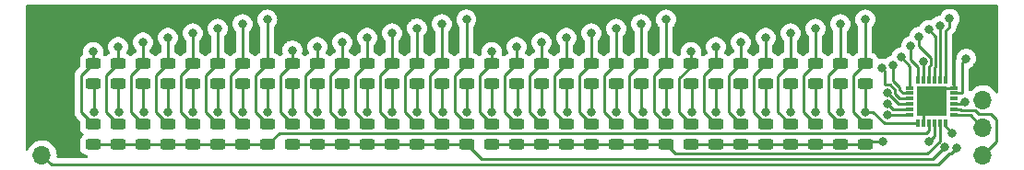
<source format=gbr>
%TF.GenerationSoftware,KiCad,Pcbnew,6.0.9*%
%TF.CreationDate,2023-02-18T01:22:43-08:00*%
%TF.ProjectId,effectpedal,65666665-6374-4706-9564-616c2e6b6963,rev?*%
%TF.SameCoordinates,Original*%
%TF.FileFunction,Copper,L1,Top*%
%TF.FilePolarity,Positive*%
%FSLAX46Y46*%
G04 Gerber Fmt 4.6, Leading zero omitted, Abs format (unit mm)*
G04 Created by KiCad (PCBNEW 6.0.9) date 2023-02-18 01:22:43*
%MOMM*%
%LPD*%
G01*
G04 APERTURE LIST*
G04 Aperture macros list*
%AMRoundRect*
0 Rectangle with rounded corners*
0 $1 Rounding radius*
0 $2 $3 $4 $5 $6 $7 $8 $9 X,Y pos of 4 corners*
0 Add a 4 corners polygon primitive as box body*
4,1,4,$2,$3,$4,$5,$6,$7,$8,$9,$2,$3,0*
0 Add four circle primitives for the rounded corners*
1,1,$1+$1,$2,$3*
1,1,$1+$1,$4,$5*
1,1,$1+$1,$6,$7*
1,1,$1+$1,$8,$9*
0 Add four rect primitives between the rounded corners*
20,1,$1+$1,$2,$3,$4,$5,0*
20,1,$1+$1,$4,$5,$6,$7,0*
20,1,$1+$1,$6,$7,$8,$9,0*
20,1,$1+$1,$8,$9,$2,$3,0*%
G04 Aperture macros list end*
%TA.AperFunction,SMDPad,CuDef*%
%ADD10RoundRect,0.243750X0.456250X-0.243750X0.456250X0.243750X-0.456250X0.243750X-0.456250X-0.243750X0*%
%TD*%
%TA.AperFunction,SMDPad,CuDef*%
%ADD11R,0.800000X0.300000*%
%TD*%
%TA.AperFunction,SMDPad,CuDef*%
%ADD12R,0.300000X0.800000*%
%TD*%
%TA.AperFunction,SMDPad,CuDef*%
%ADD13R,2.800000X2.800000*%
%TD*%
%TA.AperFunction,ComponentPad*%
%ADD14R,1.700000X1.700000*%
%TD*%
%TA.AperFunction,ComponentPad*%
%ADD15O,1.700000X1.700000*%
%TD*%
%TA.AperFunction,ViaPad*%
%ADD16C,0.800000*%
%TD*%
%TA.AperFunction,Conductor*%
%ADD17C,0.250000*%
%TD*%
%TA.AperFunction,Conductor*%
%ADD18C,0.220000*%
%TD*%
%TA.AperFunction,Conductor*%
%ADD19C,0.254000*%
%TD*%
G04 APERTURE END LIST*
D10*
%TO.P,D28,1,K*%
%TO.N,Net-(D25-Pad1)*%
X92813500Y-175054500D03*
%TO.P,D28,2,A*%
%TO.N,Net-(D20-Pad2)*%
X92813500Y-173179500D03*
%TD*%
%TO.P,D35,1,K*%
%TO.N,Net-(D33-Pad1)*%
X108815500Y-175054500D03*
%TO.P,D35,2,A*%
%TO.N,Net-(D19-Pad2)*%
X108815500Y-173179500D03*
%TD*%
%TO.P,D78,1,K*%
%TO.N,Net-(D73-Pad1)*%
X133961500Y-180642500D03*
%TO.P,D78,2,A*%
%TO.N,Net-(D22-Pad2)*%
X133961500Y-178767500D03*
%TD*%
%TO.P,D32,1,K*%
%TO.N,Net-(D25-Pad1)*%
X101957500Y-175054500D03*
%TO.P,D32,2,A*%
%TO.N,Net-(D24-Pad2)*%
X101957500Y-173179500D03*
%TD*%
%TO.P,D51,1,K*%
%TO.N,Net-(D49-Pad1)*%
X72239500Y-180642500D03*
%TO.P,D51,2,A*%
%TO.N,Net-(D19-Pad2)*%
X72239500Y-178767500D03*
%TD*%
%TO.P,D26,1,K*%
%TO.N,Net-(D25-Pad1)*%
X88241500Y-175054500D03*
%TO.P,D26,2,A*%
%TO.N,Net-(D18-Pad2)*%
X88241500Y-173179500D03*
%TD*%
%TO.P,D20,1,K*%
%TO.N,Net-(D17-Pad1)*%
X74525500Y-175054500D03*
%TO.P,D20,2,A*%
%TO.N,Net-(D20-Pad2)*%
X74525500Y-173179500D03*
%TD*%
%TO.P,D59,1,K*%
%TO.N,Net-(D57-Pad1)*%
X90527500Y-180642500D03*
%TO.P,D59,2,A*%
%TO.N,Net-(D19-Pad2)*%
X90527500Y-178767500D03*
%TD*%
%TO.P,D48,1,K*%
%TO.N,Net-(D41-Pad1)*%
X138533500Y-175054500D03*
%TO.P,D48,2,A*%
%TO.N,Net-(D24-Pad2)*%
X138533500Y-173179500D03*
%TD*%
%TO.P,D74,1,K*%
%TO.N,Net-(D73-Pad1)*%
X124817500Y-180642500D03*
%TO.P,D74,2,A*%
%TO.N,Net-(D18-Pad2)*%
X124817500Y-178767500D03*
%TD*%
%TO.P,D57,1,K*%
%TO.N,Net-(D57-Pad1)*%
X85955500Y-180642500D03*
%TO.P,D57,2,A*%
%TO.N,Net-(D17-Pad2)*%
X85955500Y-178767500D03*
%TD*%
%TO.P,D40,1,K*%
%TO.N,Net-(D33-Pad1)*%
X120245500Y-175054500D03*
%TO.P,D40,2,A*%
%TO.N,Net-(D24-Pad2)*%
X120245500Y-173179500D03*
%TD*%
%TO.P,D61,1,K*%
%TO.N,Net-(D57-Pad1)*%
X95099500Y-180642500D03*
%TO.P,D61,2,A*%
%TO.N,Net-(D21-Pad2)*%
X95099500Y-178767500D03*
%TD*%
%TO.P,D67,1,K*%
%TO.N,Net-(D65-Pad1)*%
X108815500Y-180642500D03*
%TO.P,D67,2,A*%
%TO.N,Net-(D19-Pad2)*%
X108815500Y-178767500D03*
%TD*%
%TO.P,D77,1,K*%
%TO.N,Net-(D73-Pad1)*%
X131675500Y-180642500D03*
%TO.P,D77,2,A*%
%TO.N,Net-(D21-Pad2)*%
X131675500Y-178767500D03*
%TD*%
%TO.P,D63,1,K*%
%TO.N,Net-(D57-Pad1)*%
X99671500Y-180642500D03*
%TO.P,D63,2,A*%
%TO.N,Net-(D23-Pad2)*%
X99671500Y-178767500D03*
%TD*%
%TO.P,D72,1,K*%
%TO.N,Net-(D65-Pad1)*%
X120245500Y-180642500D03*
%TO.P,D72,2,A*%
%TO.N,Net-(D24-Pad2)*%
X120245500Y-178767500D03*
%TD*%
%TO.P,D25,1,K*%
%TO.N,Net-(D25-Pad1)*%
X85955500Y-175054500D03*
%TO.P,D25,2,A*%
%TO.N,Net-(D17-Pad2)*%
X85955500Y-173179500D03*
%TD*%
%TO.P,D55,1,K*%
%TO.N,Net-(D49-Pad1)*%
X81383500Y-180642500D03*
%TO.P,D55,2,A*%
%TO.N,Net-(D23-Pad2)*%
X81383500Y-178767500D03*
%TD*%
%TO.P,D52,1,K*%
%TO.N,Net-(D49-Pad1)*%
X74525500Y-180642500D03*
%TO.P,D52,2,A*%
%TO.N,Net-(D20-Pad2)*%
X74525500Y-178767500D03*
%TD*%
%TO.P,D39,1,K*%
%TO.N,Net-(D33-Pad1)*%
X117959500Y-175054500D03*
%TO.P,D39,2,A*%
%TO.N,Net-(D23-Pad2)*%
X117959500Y-173179500D03*
%TD*%
%TO.P,D75,1,K*%
%TO.N,Net-(D73-Pad1)*%
X127103500Y-180642500D03*
%TO.P,D75,2,A*%
%TO.N,Net-(D19-Pad2)*%
X127103500Y-178767500D03*
%TD*%
%TO.P,D58,1,K*%
%TO.N,Net-(D57-Pad1)*%
X88241500Y-180642500D03*
%TO.P,D58,2,A*%
%TO.N,Net-(D18-Pad2)*%
X88241500Y-178767500D03*
%TD*%
%TO.P,D46,1,K*%
%TO.N,Net-(D41-Pad1)*%
X133961500Y-175054500D03*
%TO.P,D46,2,A*%
%TO.N,Net-(D22-Pad2)*%
X133961500Y-173179500D03*
%TD*%
%TO.P,D21,1,K*%
%TO.N,Net-(D17-Pad1)*%
X76811500Y-175054500D03*
%TO.P,D21,2,A*%
%TO.N,Net-(D21-Pad2)*%
X76811500Y-173179500D03*
%TD*%
%TO.P,D42,1,K*%
%TO.N,Net-(D41-Pad1)*%
X124817500Y-175054500D03*
%TO.P,D42,2,A*%
%TO.N,Net-(D18-Pad2)*%
X124817500Y-173179500D03*
%TD*%
%TO.P,D31,1,K*%
%TO.N,Net-(D25-Pad1)*%
X99671500Y-175054500D03*
%TO.P,D31,2,A*%
%TO.N,Net-(D23-Pad2)*%
X99671500Y-173179500D03*
%TD*%
%TO.P,D34,1,K*%
%TO.N,Net-(D33-Pad1)*%
X106529500Y-175054500D03*
%TO.P,D34,2,A*%
%TO.N,Net-(D18-Pad2)*%
X106529500Y-173179500D03*
%TD*%
%TO.P,D23,1,K*%
%TO.N,Net-(D17-Pad1)*%
X81383500Y-175054500D03*
%TO.P,D23,2,A*%
%TO.N,Net-(D23-Pad2)*%
X81383500Y-173179500D03*
%TD*%
%TO.P,D45,1,K*%
%TO.N,Net-(D41-Pad1)*%
X131675500Y-175054500D03*
%TO.P,D45,2,A*%
%TO.N,Net-(D21-Pad2)*%
X131675500Y-173179500D03*
%TD*%
%TO.P,D65,1,K*%
%TO.N,Net-(D65-Pad1)*%
X104243500Y-180642500D03*
%TO.P,D65,2,A*%
%TO.N,Net-(D17-Pad2)*%
X104243500Y-178767500D03*
%TD*%
%TO.P,D27,1,K*%
%TO.N,Net-(D25-Pad1)*%
X90527500Y-175054500D03*
%TO.P,D27,2,A*%
%TO.N,Net-(D19-Pad2)*%
X90527500Y-173179500D03*
%TD*%
%TO.P,D41,1,K*%
%TO.N,Net-(D41-Pad1)*%
X122531500Y-175054500D03*
%TO.P,D41,2,A*%
%TO.N,Net-(D17-Pad2)*%
X122531500Y-173179500D03*
%TD*%
%TO.P,D80,1,K*%
%TO.N,Net-(D73-Pad1)*%
X138533500Y-180642500D03*
%TO.P,D80,2,A*%
%TO.N,Net-(D24-Pad2)*%
X138533500Y-178767500D03*
%TD*%
%TO.P,D64,1,K*%
%TO.N,Net-(D57-Pad1)*%
X101957500Y-180642500D03*
%TO.P,D64,2,A*%
%TO.N,Net-(D24-Pad2)*%
X101957500Y-178767500D03*
%TD*%
%TO.P,D73,1,K*%
%TO.N,Net-(D73-Pad1)*%
X122531500Y-180642500D03*
%TO.P,D73,2,A*%
%TO.N,Net-(D17-Pad2)*%
X122531500Y-178767500D03*
%TD*%
%TO.P,D71,1,K*%
%TO.N,Net-(D65-Pad1)*%
X117959500Y-180642500D03*
%TO.P,D71,2,A*%
%TO.N,Net-(D23-Pad2)*%
X117959500Y-178767500D03*
%TD*%
%TO.P,D56,1,K*%
%TO.N,Net-(D49-Pad1)*%
X83669500Y-180642500D03*
%TO.P,D56,2,A*%
%TO.N,Net-(D24-Pad2)*%
X83669500Y-178767500D03*
%TD*%
%TO.P,D54,1,K*%
%TO.N,Net-(D49-Pad1)*%
X79097500Y-180642500D03*
%TO.P,D54,2,A*%
%TO.N,Net-(D22-Pad2)*%
X79097500Y-178767500D03*
%TD*%
%TO.P,D38,1,K*%
%TO.N,Net-(D33-Pad1)*%
X115673500Y-175054500D03*
%TO.P,D38,2,A*%
%TO.N,Net-(D22-Pad2)*%
X115673500Y-173179500D03*
%TD*%
%TO.P,D17,1,K*%
%TO.N,Net-(D17-Pad1)*%
X67667500Y-175054500D03*
%TO.P,D17,2,A*%
%TO.N,Net-(D17-Pad2)*%
X67667500Y-173179500D03*
%TD*%
%TO.P,D19,1,K*%
%TO.N,Net-(D17-Pad1)*%
X72239500Y-175054500D03*
%TO.P,D19,2,A*%
%TO.N,Net-(D19-Pad2)*%
X72239500Y-173179500D03*
%TD*%
%TO.P,D43,1,K*%
%TO.N,Net-(D41-Pad1)*%
X127103500Y-175054500D03*
%TO.P,D43,2,A*%
%TO.N,Net-(D19-Pad2)*%
X127103500Y-173179500D03*
%TD*%
%TO.P,D62,1,K*%
%TO.N,Net-(D57-Pad1)*%
X97385500Y-180642500D03*
%TO.P,D62,2,A*%
%TO.N,Net-(D22-Pad2)*%
X97385500Y-178767500D03*
%TD*%
%TO.P,D30,1,K*%
%TO.N,Net-(D25-Pad1)*%
X97385500Y-175054500D03*
%TO.P,D30,2,A*%
%TO.N,Net-(D22-Pad2)*%
X97385500Y-173179500D03*
%TD*%
D11*
%TO.P,IC5,1,SDA*%
%TO.N,/LEDs/LED_SDA*%
X146629500Y-177907000D03*
%TO.P,IC5,2,SCL*%
%TO.N,/LEDs/LED_SCL*%
X146629500Y-177407000D03*
%TO.P,IC5,3,SDB*%
%TO.N,/LEDs/LED_RST*%
X146629500Y-176907000D03*
%TO.P,IC5,4,IN*%
%TO.N,unconnected-(IC5-Pad4)*%
X146629500Y-176407000D03*
%TO.P,IC5,5,C_FILT*%
%TO.N,Net-(C18-Pad1)*%
X146629500Y-175907000D03*
%TO.P,IC5,6,AD*%
%TO.N,GND2*%
X146629500Y-175407000D03*
D12*
%TO.P,IC5,7,R1*%
%TO.N,Net-(D24-Pad2)*%
X145879500Y-174657000D03*
%TO.P,IC5,8,R2*%
%TO.N,Net-(D23-Pad2)*%
X145379500Y-174657000D03*
%TO.P,IC5,9,R3*%
%TO.N,Net-(D22-Pad2)*%
X144879500Y-174657000D03*
%TO.P,IC5,10,R4*%
%TO.N,Net-(D21-Pad2)*%
X144379500Y-174657000D03*
%TO.P,IC5,11,VCC*%
%TO.N,/LEDs/LED_3V3*%
X143879500Y-174657000D03*
%TO.P,IC5,12,R5*%
%TO.N,Net-(D20-Pad2)*%
X143379500Y-174657000D03*
D11*
%TO.P,IC5,13,R6/C11*%
%TO.N,Net-(D19-Pad2)*%
X142629500Y-175407000D03*
%TO.P,IC5,14,R7/C10*%
%TO.N,Net-(D18-Pad2)*%
X142629500Y-175907000D03*
%TO.P,IC5,15,R8/C9*%
%TO.N,Net-(D17-Pad2)*%
X142629500Y-176407000D03*
%TO.P,IC5,16,C8*%
%TO.N,Net-(D17-Pad1)*%
X142629500Y-176907000D03*
%TO.P,IC5,17,C7*%
%TO.N,Net-(D25-Pad1)*%
X142629500Y-177407000D03*
%TO.P,IC5,18,C6*%
%TO.N,Net-(D33-Pad1)*%
X142629500Y-177907000D03*
D12*
%TO.P,IC5,19,C5*%
%TO.N,Net-(D41-Pad1)*%
X143379500Y-178657000D03*
%TO.P,IC5,20,GND_1*%
%TO.N,GND2*%
X143879500Y-178657000D03*
%TO.P,IC5,21,C4*%
%TO.N,Net-(D49-Pad1)*%
X144379500Y-178657000D03*
%TO.P,IC5,22,C3*%
%TO.N,Net-(D57-Pad1)*%
X144879500Y-178657000D03*
%TO.P,IC5,23,C2*%
%TO.N,Net-(D65-Pad1)*%
X145379500Y-178657000D03*
%TO.P,IC5,24,C1*%
%TO.N,Net-(D73-Pad1)*%
X145879500Y-178657000D03*
D13*
%TO.P,IC5,25,GND_2*%
%TO.N,GND2*%
X144629500Y-176657000D03*
%TD*%
D10*
%TO.P,D29,1,K*%
%TO.N,Net-(D25-Pad1)*%
X95099500Y-175054500D03*
%TO.P,D29,2,A*%
%TO.N,Net-(D21-Pad2)*%
X95099500Y-173179500D03*
%TD*%
%TO.P,D70,1,K*%
%TO.N,Net-(D65-Pad1)*%
X115673500Y-180642500D03*
%TO.P,D70,2,A*%
%TO.N,Net-(D22-Pad2)*%
X115673500Y-178767500D03*
%TD*%
%TO.P,D49,1,K*%
%TO.N,Net-(D49-Pad1)*%
X67667500Y-180642500D03*
%TO.P,D49,2,A*%
%TO.N,Net-(D17-Pad2)*%
X67667500Y-178767500D03*
%TD*%
%TO.P,D36,1,K*%
%TO.N,Net-(D33-Pad1)*%
X111101500Y-175054500D03*
%TO.P,D36,2,A*%
%TO.N,Net-(D20-Pad2)*%
X111101500Y-173179500D03*
%TD*%
%TO.P,D33,1,K*%
%TO.N,Net-(D33-Pad1)*%
X104243500Y-175054500D03*
%TO.P,D33,2,A*%
%TO.N,Net-(D17-Pad2)*%
X104243500Y-173179500D03*
%TD*%
%TO.P,D68,1,K*%
%TO.N,Net-(D65-Pad1)*%
X111101500Y-180642500D03*
%TO.P,D68,2,A*%
%TO.N,Net-(D20-Pad2)*%
X111101500Y-178767500D03*
%TD*%
%TO.P,D37,1,K*%
%TO.N,Net-(D33-Pad1)*%
X113387500Y-175054500D03*
%TO.P,D37,2,A*%
%TO.N,Net-(D21-Pad2)*%
X113387500Y-173179500D03*
%TD*%
%TO.P,D76,1,K*%
%TO.N,Net-(D73-Pad1)*%
X129389500Y-180642500D03*
%TO.P,D76,2,A*%
%TO.N,Net-(D20-Pad2)*%
X129389500Y-178767500D03*
%TD*%
%TO.P,D47,1,K*%
%TO.N,Net-(D41-Pad1)*%
X136247500Y-175054500D03*
%TO.P,D47,2,A*%
%TO.N,Net-(D23-Pad2)*%
X136247500Y-173179500D03*
%TD*%
%TO.P,D18,1,K*%
%TO.N,Net-(D17-Pad1)*%
X69953500Y-175054500D03*
%TO.P,D18,2,A*%
%TO.N,Net-(D18-Pad2)*%
X69953500Y-173179500D03*
%TD*%
%TO.P,D79,1,K*%
%TO.N,Net-(D73-Pad1)*%
X136247500Y-180642500D03*
%TO.P,D79,2,A*%
%TO.N,Net-(D23-Pad2)*%
X136247500Y-178767500D03*
%TD*%
%TO.P,D22,1,K*%
%TO.N,Net-(D17-Pad1)*%
X79097500Y-175054500D03*
%TO.P,D22,2,A*%
%TO.N,Net-(D22-Pad2)*%
X79097500Y-173179500D03*
%TD*%
%TO.P,D69,1,K*%
%TO.N,Net-(D65-Pad1)*%
X113387500Y-180642500D03*
%TO.P,D69,2,A*%
%TO.N,Net-(D21-Pad2)*%
X113387500Y-178767500D03*
%TD*%
%TO.P,D60,1,K*%
%TO.N,Net-(D57-Pad1)*%
X92813500Y-180642500D03*
%TO.P,D60,2,A*%
%TO.N,Net-(D20-Pad2)*%
X92813500Y-178767500D03*
%TD*%
%TO.P,D66,1,K*%
%TO.N,Net-(D65-Pad1)*%
X106529500Y-180642500D03*
%TO.P,D66,2,A*%
%TO.N,Net-(D18-Pad2)*%
X106529500Y-178767500D03*
%TD*%
%TO.P,D44,1,K*%
%TO.N,Net-(D41-Pad1)*%
X129389500Y-175054500D03*
%TO.P,D44,2,A*%
%TO.N,Net-(D20-Pad2)*%
X129389500Y-173179500D03*
%TD*%
%TO.P,D24,1,K*%
%TO.N,Net-(D17-Pad1)*%
X83669500Y-175054500D03*
%TO.P,D24,2,A*%
%TO.N,Net-(D24-Pad2)*%
X83669500Y-173179500D03*
%TD*%
%TO.P,D50,1,K*%
%TO.N,Net-(D49-Pad1)*%
X69953500Y-180642500D03*
%TO.P,D50,2,A*%
%TO.N,Net-(D18-Pad2)*%
X69953500Y-178767500D03*
%TD*%
%TO.P,D53,1,K*%
%TO.N,Net-(D49-Pad1)*%
X76811500Y-180642500D03*
%TO.P,D53,2,A*%
%TO.N,Net-(D21-Pad2)*%
X76811500Y-178767500D03*
%TD*%
D14*
%TO.P,J19,1,Pin_1*%
%TO.N,GND2*%
X62968500Y-173990000D03*
D15*
%TO.P,J19,2,Pin_2*%
X62968500Y-176530000D03*
%TO.P,J19,3,Pin_3*%
X62968500Y-179070000D03*
%TO.P,J19,4,Pin_4*%
%TO.N,/LEDs/LED_RST*%
X62968500Y-181610000D03*
%TD*%
D14*
%TO.P,J20,1,Pin_1*%
%TO.N,GND2*%
X149328500Y-173990000D03*
D15*
%TO.P,J20,2,Pin_2*%
%TO.N,/LEDs/LED_3V3*%
X149328500Y-176530000D03*
%TO.P,J20,3,Pin_3*%
%TO.N,/LEDs/LED_SDA*%
X149328500Y-179070000D03*
%TO.P,J20,4,Pin_4*%
%TO.N,/LEDs/LED_SCL*%
X149328500Y-181610000D03*
%TD*%
D16*
%TO.N,/LEDs/LED_3V3*%
X143867500Y-172974000D03*
%TO.N,Net-(C18-Pad1)*%
X147804500Y-172720000D03*
%TO.N,Net-(D17-Pad1)*%
X70080500Y-177673000D03*
X76811500Y-177673000D03*
X72366500Y-177673000D03*
X140565500Y-175911497D03*
X74525500Y-177673000D03*
X81383500Y-177673000D03*
X67794500Y-177673000D03*
X83669500Y-177673000D03*
X79097500Y-177680500D03*
%TO.N,Net-(D17-Pad2)*%
X140057500Y-173609000D03*
X104243500Y-172085000D03*
X122531500Y-172085000D03*
X85955500Y-171958000D03*
X67667500Y-172085000D03*
%TO.N,Net-(D18-Pad2)*%
X141073500Y-173355000D03*
X88241500Y-171629500D03*
X124817500Y-171629500D03*
X69953500Y-171629500D03*
X106529500Y-171629500D03*
%TO.N,Net-(D19-Pad2)*%
X127103500Y-171209500D03*
X72239500Y-171209500D03*
X90527500Y-171209500D03*
X141835500Y-172593000D03*
X108815500Y-171209500D03*
%TO.N,Net-(D20-Pad2)*%
X92813500Y-170789500D03*
X111101500Y-170789500D03*
X129389500Y-170789500D03*
X142724500Y-171577000D03*
X74525500Y-170789500D03*
%TO.N,Net-(D21-Pad2)*%
X131675500Y-170369500D03*
X143486500Y-170688000D03*
X95099500Y-170369500D03*
X113387500Y-170369500D03*
X76811500Y-170369500D03*
%TO.N,Net-(D22-Pad2)*%
X133961500Y-169949500D03*
X97385500Y-169926000D03*
X79097500Y-169949500D03*
X144375500Y-170053000D03*
X115673500Y-169949500D03*
%TO.N,Net-(D23-Pad2)*%
X145391500Y-169672000D03*
X81383500Y-169529500D03*
X136247500Y-169529500D03*
X117959500Y-169529500D03*
X99671500Y-169529500D03*
%TO.N,Net-(D24-Pad2)*%
X146280500Y-169037000D03*
X83653337Y-169109500D03*
X120245500Y-169109500D03*
X138533500Y-169109500D03*
X101930855Y-169109500D03*
%TO.N,Net-(D25-Pad1)*%
X90535000Y-177680500D03*
X88249000Y-177680500D03*
X92843464Y-177680500D03*
X99798500Y-177680500D03*
X101957500Y-177673000D03*
X97385500Y-177673000D03*
X85955500Y-177680500D03*
X140565500Y-176911000D03*
X95099500Y-177673000D03*
%TO.N,Net-(D33-Pad1)*%
X113387500Y-177673000D03*
X115703464Y-177680500D03*
X104243500Y-177673000D03*
X108815500Y-177680500D03*
X118094000Y-177680500D03*
X106656500Y-177673000D03*
X111228500Y-177680500D03*
X140569443Y-177943557D03*
X120245500Y-177680500D03*
%TO.N,Net-(D41-Pad1)*%
X129436000Y-177626500D03*
X138533500Y-177626500D03*
X122599647Y-177626500D03*
X136247500Y-177626500D03*
X131722000Y-177626500D03*
X133961500Y-177626500D03*
X124817500Y-177626500D03*
X127150000Y-177626500D03*
%TO.N,Net-(D57-Pad1)*%
X144375500Y-180340000D03*
X145823739Y-180899239D03*
%TO.N,Net-(D73-Pad1)*%
X146534500Y-179578000D03*
X140184500Y-180340000D03*
%TO.N,/LEDs/LED_RST*%
X147672057Y-176712572D03*
X146915500Y-180975000D03*
%TD*%
D17*
%TO.N,/LEDs/LED_RST*%
X147672057Y-176712572D02*
X147477629Y-176907000D01*
X147477629Y-176907000D02*
X146629500Y-176907000D01*
D18*
%TO.N,/LEDs/LED_3V3*%
X143879500Y-172986000D02*
X143867500Y-172974000D01*
X143879500Y-174657000D02*
X143879500Y-172986000D01*
D17*
%TO.N,GND2*%
X146629500Y-175407000D02*
X145879500Y-175407000D01*
X147423500Y-171450000D02*
X148312500Y-171450000D01*
X145879500Y-175407000D02*
X144629500Y-176657000D01*
X148312500Y-171450000D02*
X149328500Y-172466000D01*
X146629500Y-175407000D02*
X146629500Y-172244000D01*
X149328500Y-172466000D02*
X149328500Y-173990000D01*
X143879500Y-177407000D02*
X144629500Y-176657000D01*
X143879500Y-178657000D02*
X143879500Y-177407000D01*
X146629500Y-172244000D02*
X147423500Y-171450000D01*
D18*
%TO.N,Net-(C18-Pad1)*%
X146629500Y-175907000D02*
X147411500Y-175907000D01*
X147411500Y-175907000D02*
X147411500Y-173587000D01*
X147411500Y-173113000D02*
X147804500Y-172720000D01*
X147411500Y-173587000D02*
X147411500Y-173113000D01*
%TO.N,Net-(D17-Pad1)*%
X67794500Y-175181500D02*
X67794500Y-177673000D01*
X141565592Y-176907000D02*
X140570089Y-175911497D01*
X69953500Y-177546000D02*
X70080500Y-177673000D01*
X79097500Y-177680500D02*
X79097500Y-175054500D01*
X76811500Y-177673000D02*
X76811500Y-175054500D01*
X83669500Y-177673000D02*
X83669500Y-175054500D01*
X140570089Y-175911497D02*
X140565500Y-175911497D01*
X142629500Y-176907000D02*
X141565592Y-176907000D01*
X81383500Y-175054500D02*
X81383500Y-177673000D01*
X74525500Y-177673000D02*
X74525500Y-175054500D01*
X72239500Y-177546000D02*
X72366500Y-177673000D01*
X72239500Y-175054500D02*
X72239500Y-177546000D01*
X67667500Y-175054500D02*
X67794500Y-175181500D01*
X69953500Y-175054500D02*
X69953500Y-177546000D01*
%TO.N,Net-(D17-Pad2)*%
X140791095Y-175133000D02*
X140311500Y-175133000D01*
X67667500Y-172085000D02*
X67667500Y-173179500D01*
X140311500Y-175133000D02*
X140311500Y-173863000D01*
D19*
X66586500Y-174260500D02*
X66586500Y-177686500D01*
X84874500Y-174260500D02*
X84874500Y-177686500D01*
X122531500Y-173470970D02*
X121450500Y-174551970D01*
D18*
X141275500Y-175617405D02*
X140791095Y-175133000D01*
X140311500Y-173863000D02*
X140057500Y-173609000D01*
X141275500Y-175970000D02*
X141275500Y-175617405D01*
D19*
X104243500Y-173179500D02*
X103162500Y-174260500D01*
X66586500Y-177686500D02*
X67667500Y-178767500D01*
D18*
X122531500Y-172085000D02*
X122531500Y-173179500D01*
D19*
X103162500Y-177686500D02*
X104243500Y-178767500D01*
X121450500Y-174551970D02*
X121450500Y-177686500D01*
X122531500Y-173179500D02*
X122531500Y-173470970D01*
D18*
X85955500Y-171958000D02*
X85955500Y-173179500D01*
D19*
X67667500Y-173179500D02*
X66586500Y-174260500D01*
D18*
X104243500Y-172085000D02*
X104243500Y-173179500D01*
X141712500Y-176407000D02*
X141275500Y-175970000D01*
X142629500Y-176407000D02*
X141712500Y-176407000D01*
D19*
X85955500Y-173179500D02*
X84874500Y-174260500D01*
X103162500Y-174260500D02*
X103162500Y-177686500D01*
X121450500Y-177686500D02*
X122531500Y-178767500D01*
X84874500Y-177686500D02*
X85955500Y-178767500D01*
D18*
%TO.N,Net-(D18-Pad2)*%
X106529500Y-171629500D02*
X106529500Y-173179500D01*
D19*
X87160500Y-174260500D02*
X87160500Y-177686500D01*
D18*
X124817500Y-171629500D02*
X124817500Y-173179500D01*
D19*
X106529500Y-173179500D02*
X105448500Y-174260500D01*
X68872500Y-174260500D02*
X68872500Y-177686500D01*
X124817500Y-173179500D02*
X123736500Y-174260500D01*
D18*
X141073500Y-174752000D02*
X141073500Y-173355000D01*
D19*
X105448500Y-174260500D02*
X105448500Y-177686500D01*
X88241500Y-173179500D02*
X87160500Y-174260500D01*
X69953500Y-173179500D02*
X68872500Y-174260500D01*
X87160500Y-177686500D02*
X88241500Y-178767500D01*
D18*
X69953500Y-171629500D02*
X69953500Y-173179500D01*
X141974500Y-175907000D02*
X141695500Y-175628000D01*
X88241500Y-171629500D02*
X88241500Y-173179500D01*
D19*
X105448500Y-177686500D02*
X106529500Y-178767500D01*
D18*
X142629500Y-175907000D02*
X141974500Y-175907000D01*
X141695500Y-175628000D02*
X141695500Y-175374000D01*
D19*
X68872500Y-177686500D02*
X69953500Y-178767500D01*
D18*
X141695500Y-175374000D02*
X141073500Y-174752000D01*
D19*
X123736500Y-174260500D02*
X123736500Y-177686500D01*
X123736500Y-177686500D02*
X124817500Y-178767500D01*
%TO.N,Net-(D19-Pad2)*%
X127103500Y-173179500D02*
X126022500Y-174260500D01*
X72239500Y-173179500D02*
X71158500Y-174260500D01*
X107734500Y-174260500D02*
X107734500Y-177686500D01*
X126022500Y-177686500D02*
X127103500Y-178767500D01*
X89446500Y-177686500D02*
X90527500Y-178767500D01*
D18*
X127103500Y-171209500D02*
X127103500Y-173179500D01*
X90527500Y-171209500D02*
X90527500Y-173179500D01*
D19*
X89446500Y-174260500D02*
X89446500Y-177686500D01*
X71158500Y-174260500D02*
X71158500Y-177686500D01*
D18*
X142629500Y-175407000D02*
X142629500Y-173387000D01*
D19*
X107734500Y-177686500D02*
X108815500Y-178767500D01*
D18*
X108815500Y-171209500D02*
X108815500Y-173179500D01*
D19*
X90527500Y-173179500D02*
X89446500Y-174260500D01*
X71158500Y-177686500D02*
X72239500Y-178767500D01*
D18*
X142629500Y-173387000D02*
X141835500Y-172593000D01*
D19*
X126022500Y-174260500D02*
X126022500Y-177686500D01*
D18*
X72239500Y-171209500D02*
X72239500Y-173179500D01*
D19*
X108815500Y-173179500D02*
X107734500Y-174260500D01*
%TO.N,Net-(D20-Pad2)*%
X129389500Y-173179500D02*
X128308500Y-174260500D01*
D18*
X142724500Y-172847000D02*
X142724500Y-171577000D01*
D19*
X73444500Y-177686500D02*
X74525500Y-178767500D01*
D18*
X129389500Y-170789500D02*
X129389500Y-173179500D01*
D19*
X110020500Y-174260500D02*
X110020500Y-177686500D01*
X91732500Y-174260500D02*
X91732500Y-177686500D01*
X91732500Y-177686500D02*
X92813500Y-178767500D01*
D18*
X143379500Y-173502000D02*
X142724500Y-172847000D01*
D19*
X111101500Y-173179500D02*
X110020500Y-174260500D01*
X92813500Y-173179500D02*
X91732500Y-174260500D01*
X74525500Y-173179500D02*
X73444500Y-174260500D01*
X110020500Y-177686500D02*
X111101500Y-178767500D01*
X73444500Y-174260500D02*
X73444500Y-177686500D01*
D18*
X143379500Y-174657000D02*
X143379500Y-173502000D01*
X74525500Y-170789500D02*
X74525500Y-173179500D01*
X92813500Y-170789500D02*
X92813500Y-173179500D01*
D19*
X128308500Y-177686500D02*
X129389500Y-178767500D01*
D18*
X111101500Y-170789500D02*
X111101500Y-173179500D01*
D19*
X128308500Y-174260500D02*
X128308500Y-177686500D01*
%TO.N,Net-(D21-Pad2)*%
X131675500Y-173179500D02*
X130532500Y-174322500D01*
X94018500Y-177686500D02*
X95099500Y-178767500D01*
D18*
X144577500Y-173268092D02*
X144577500Y-172668000D01*
D19*
X75730500Y-174260500D02*
X75730500Y-177686500D01*
X94018500Y-174260500D02*
X94018500Y-177686500D01*
X130532500Y-174322500D02*
X130532500Y-177624500D01*
X95099500Y-173179500D02*
X94018500Y-174260500D01*
X113387500Y-173179500D02*
X112306500Y-174260500D01*
X112306500Y-177686500D02*
X113387500Y-178767500D01*
D18*
X131675500Y-170369500D02*
X131675500Y-173179500D01*
X144379500Y-174657000D02*
X144379500Y-173466092D01*
X144379500Y-173466092D02*
X144577500Y-173268092D01*
X144248500Y-172339000D02*
X143486500Y-171577000D01*
X76811500Y-170369500D02*
X76811500Y-173179500D01*
X143486500Y-171577000D02*
X143486500Y-170688000D01*
D19*
X130532500Y-177624500D02*
X131675500Y-178767500D01*
X112306500Y-174260500D02*
X112306500Y-177686500D01*
D18*
X144577500Y-172668000D02*
X144248500Y-172339000D01*
X95099500Y-170369500D02*
X95099500Y-173179500D01*
D19*
X75730500Y-177686500D02*
X76811500Y-178767500D01*
D18*
X113387500Y-170369500D02*
X113387500Y-173179500D01*
D19*
X76811500Y-173179500D02*
X75730500Y-174260500D01*
%TO.N,Net-(D22-Pad2)*%
X96304500Y-174260500D02*
X96304500Y-177686500D01*
D18*
X97385500Y-169926000D02*
X97385500Y-173179500D01*
X144997500Y-172494030D02*
X144997500Y-171971000D01*
X144997500Y-170675000D02*
X144375500Y-170053000D01*
D19*
X132880500Y-174260500D02*
X132880500Y-177686500D01*
X133961500Y-173179500D02*
X132880500Y-174260500D01*
D18*
X79097500Y-169949500D02*
X79097500Y-173179500D01*
D19*
X114592500Y-174260500D02*
X114592500Y-177686500D01*
D18*
X133961500Y-169949500D02*
X133961500Y-173179500D01*
D19*
X78016500Y-177686500D02*
X79097500Y-178767500D01*
X78016500Y-174260500D02*
X78016500Y-177686500D01*
D18*
X144997500Y-171971000D02*
X144997500Y-170675000D01*
X144879500Y-173560062D02*
X144997500Y-173442062D01*
D19*
X96304500Y-177686500D02*
X97385500Y-178767500D01*
X97385500Y-173179500D02*
X96304500Y-174260500D01*
D18*
X144997500Y-173442062D02*
X144997500Y-172494030D01*
X115673500Y-169949500D02*
X115673500Y-173179500D01*
D19*
X132880500Y-177686500D02*
X133961500Y-178767500D01*
X115673500Y-173179500D02*
X114592500Y-174260500D01*
D18*
X144879500Y-174657000D02*
X144879500Y-173560062D01*
D19*
X79097500Y-173179500D02*
X78016500Y-174260500D01*
X114592500Y-177686500D02*
X115673500Y-178767500D01*
%TO.N,Net-(D23-Pad2)*%
X80302500Y-174260500D02*
X80302500Y-177686500D01*
X80302500Y-177686500D02*
X81383500Y-178767500D01*
X99671500Y-173179500D02*
X98590500Y-174260500D01*
D18*
X145417500Y-173635000D02*
X145417500Y-172238000D01*
D19*
X135166500Y-177686500D02*
X136247500Y-178767500D01*
X81383500Y-173179500D02*
X80302500Y-174260500D01*
X136247500Y-173179500D02*
X135166500Y-174260500D01*
D18*
X145417500Y-172238000D02*
X145417500Y-169698000D01*
X145379500Y-174657000D02*
X145417500Y-174619000D01*
D19*
X116878500Y-174260500D02*
X116878500Y-177686500D01*
X117959500Y-173179500D02*
X116878500Y-174260500D01*
D18*
X99671500Y-169529500D02*
X99671500Y-173179500D01*
X145417500Y-174619000D02*
X145417500Y-173635000D01*
X145417500Y-169698000D02*
X145391500Y-169672000D01*
D19*
X136247500Y-173179500D02*
X136247500Y-169529500D01*
D18*
X81383500Y-169529500D02*
X81383500Y-173179500D01*
D19*
X116878500Y-177686500D02*
X117959500Y-178767500D01*
X98590500Y-174260500D02*
X98590500Y-177686500D01*
D18*
X117959500Y-169529500D02*
X117959500Y-173179500D01*
D19*
X135166500Y-174260500D02*
X135166500Y-177686500D01*
X98590500Y-177686500D02*
X99671500Y-178767500D01*
%TO.N,Net-(D24-Pad2)*%
X82588500Y-174260500D02*
X82588500Y-177686500D01*
D18*
X101930855Y-169109500D02*
X101930855Y-173152855D01*
D19*
X101957500Y-173179500D02*
X100876500Y-174260500D01*
X100876500Y-174260500D02*
X100876500Y-177686500D01*
X137452500Y-177686500D02*
X138533500Y-178767500D01*
D18*
X145879500Y-170200000D02*
X146280500Y-169799000D01*
X101930855Y-173152855D02*
X101957500Y-173179500D01*
D19*
X100876500Y-177686500D02*
X101957500Y-178767500D01*
X119164500Y-174260500D02*
X119164500Y-177686500D01*
X119164500Y-177686500D02*
X120245500Y-178767500D01*
D18*
X120245500Y-169109500D02*
X120245500Y-173179500D01*
D19*
X120245500Y-173179500D02*
X119164500Y-174260500D01*
X82588500Y-177686500D02*
X83669500Y-178767500D01*
X83669500Y-173179500D02*
X82588500Y-174260500D01*
X138533500Y-173179500D02*
X137452500Y-174260500D01*
D18*
X83653337Y-173163337D02*
X83669500Y-173179500D01*
X83653337Y-169109500D02*
X83653337Y-173163337D01*
D19*
X138533500Y-173179500D02*
X138533500Y-169109500D01*
D18*
X145879500Y-174657000D02*
X145879500Y-170200000D01*
X146280500Y-169799000D02*
X146280500Y-169037000D01*
D19*
X137452500Y-174260500D02*
X137452500Y-177686500D01*
D18*
%TO.N,Net-(D25-Pad1)*%
X141061500Y-177407000D02*
X140565500Y-176911000D01*
X88241500Y-177673000D02*
X88249000Y-177680500D01*
X92813500Y-177650536D02*
X92813500Y-175054500D01*
X142629500Y-177407000D02*
X141188500Y-177407000D01*
X85955500Y-177680500D02*
X85955500Y-175054500D01*
X99671500Y-177553500D02*
X99671500Y-175054500D01*
X101957500Y-177673000D02*
X101957500Y-175054500D01*
X95099500Y-177673000D02*
X95099500Y-175054500D01*
X88241500Y-175054500D02*
X88241500Y-177673000D01*
X97385500Y-177673000D02*
X97385500Y-175054500D01*
X99798500Y-177680500D02*
X99671500Y-177553500D01*
X90527500Y-175054500D02*
X90527500Y-177673000D01*
X90527500Y-177673000D02*
X90535000Y-177680500D01*
X92843464Y-177680500D02*
X92813500Y-177650536D01*
X141188500Y-177407000D02*
X141061500Y-177407000D01*
%TO.N,Net-(D33-Pad1)*%
X111228500Y-177680500D02*
X111101500Y-177553500D01*
X106656500Y-175181500D02*
X106529500Y-175054500D01*
X111101500Y-177553500D02*
X111101500Y-175054500D01*
X142629500Y-177907000D02*
X140606000Y-177907000D01*
X117959500Y-175054500D02*
X117959500Y-177546000D01*
X140606000Y-177907000D02*
X140569443Y-177943557D01*
X115703464Y-177680500D02*
X115703464Y-175084464D01*
X115703464Y-175084464D02*
X115673500Y-175054500D01*
X113387500Y-177673000D02*
X113387500Y-175054500D01*
X104243500Y-177673000D02*
X104243500Y-175054500D01*
X108815500Y-177680500D02*
X108815500Y-175054500D01*
X117959500Y-177546000D02*
X118094000Y-177680500D01*
X106656500Y-177673000D02*
X106656500Y-175181500D01*
X120245500Y-177680500D02*
X120245500Y-175054500D01*
D19*
%TO.N,Net-(D41-Pad1)*%
X131675500Y-177580000D02*
X131722000Y-177626500D01*
X131675500Y-175054500D02*
X131675500Y-177580000D01*
X124817500Y-177626500D02*
X124817500Y-175054500D01*
X129389500Y-175054500D02*
X129389500Y-177580000D01*
X129389500Y-177580000D02*
X129436000Y-177626500D01*
X138533500Y-175054500D02*
X138533500Y-177626500D01*
X127103500Y-177580000D02*
X127150000Y-177626500D01*
D18*
X140279500Y-178657000D02*
X139249000Y-177626500D01*
D19*
X136247500Y-177626500D02*
X136247500Y-175054500D01*
X122599647Y-177626500D02*
X122599647Y-175122647D01*
X122599647Y-175122647D02*
X122531500Y-175054500D01*
D18*
X139249000Y-177626500D02*
X138533500Y-177626500D01*
X143379500Y-178657000D02*
X140279500Y-178657000D01*
D19*
X127103500Y-175054500D02*
X127103500Y-177580000D01*
X133961500Y-177626500D02*
X133961500Y-175054500D01*
D18*
%TO.N,Net-(D49-Pad1)*%
X74525500Y-180642500D02*
X76811500Y-180642500D01*
X67667500Y-180642500D02*
X69953500Y-180642500D01*
X79097500Y-180642500D02*
X81383500Y-180642500D01*
X72239500Y-180642500D02*
X74525500Y-180642500D01*
X81383500Y-180642500D02*
X83669500Y-180642500D01*
X144128500Y-179578000D02*
X84734000Y-179578000D01*
X69953500Y-180642500D02*
X72239500Y-180642500D01*
X76811500Y-180642500D02*
X79097500Y-180642500D01*
X84734000Y-179578000D02*
X83669500Y-180642500D01*
X144379500Y-178657000D02*
X144379500Y-179327000D01*
X144379500Y-179327000D02*
X144128500Y-179578000D01*
%TO.N,Net-(D57-Pad1)*%
X95099500Y-180642500D02*
X97385500Y-180642500D01*
X85955500Y-180642500D02*
X88241500Y-180642500D01*
X88241500Y-180642500D02*
X90527500Y-180642500D01*
X144879500Y-178657000D02*
X144879500Y-179836000D01*
X144731978Y-181991000D02*
X103306000Y-181991000D01*
X103306000Y-181991000D02*
X101957500Y-180642500D01*
X145823739Y-180899239D02*
X144731978Y-181991000D01*
X97385500Y-180642500D02*
X99671500Y-180642500D01*
X92813500Y-180642500D02*
X95099500Y-180642500D01*
X90527500Y-180642500D02*
X92813500Y-180642500D01*
X99671500Y-180642500D02*
X101957500Y-180642500D01*
X144879500Y-179836000D02*
X144375500Y-180340000D01*
%TO.N,Net-(D65-Pad1)*%
X121086000Y-181483000D02*
X120245500Y-180642500D01*
X106529500Y-180642500D02*
X108815500Y-180642500D01*
X115673500Y-180642500D02*
X117959500Y-180642500D01*
X144236592Y-181483000D02*
X121086000Y-181483000D01*
X145379500Y-180340092D02*
X144236592Y-181483000D01*
X108815500Y-180642500D02*
X111101500Y-180642500D01*
X111101500Y-180642500D02*
X113387500Y-180642500D01*
X117959500Y-180642500D02*
X120245500Y-180642500D01*
X104243500Y-180642500D02*
X106529500Y-180642500D01*
X145379500Y-178657000D02*
X145379500Y-180340092D01*
X113387500Y-180642500D02*
X115673500Y-180642500D01*
%TO.N,Net-(D73-Pad1)*%
X129389500Y-180642500D02*
X131675500Y-180642500D01*
X131675500Y-180642500D02*
X133961500Y-180642500D01*
X124817500Y-180642500D02*
X127103500Y-180642500D01*
X122531500Y-180642500D02*
X124817500Y-180642500D01*
X145879500Y-178657000D02*
X145879500Y-178923000D01*
X133961500Y-180642500D02*
X136247500Y-180642500D01*
X127103500Y-180642500D02*
X129389500Y-180642500D01*
X138836000Y-180340000D02*
X138533500Y-180642500D01*
X136247500Y-180642500D02*
X138533500Y-180642500D01*
X140184500Y-180340000D02*
X138836000Y-180340000D01*
X145879500Y-178923000D02*
X146534500Y-179578000D01*
%TO.N,/LEDs/LED_SDA*%
X148165500Y-177907000D02*
X149328500Y-179070000D01*
X146629500Y-177907000D02*
X148165500Y-177907000D01*
%TO.N,/LEDs/LED_SCL*%
X148634500Y-177487000D02*
X148947500Y-177800000D01*
X147249500Y-177407000D02*
X147329500Y-177487000D01*
X148947500Y-177800000D02*
X150090500Y-177800000D01*
X147329500Y-177487000D02*
X148634500Y-177487000D01*
X150090500Y-177800000D02*
X150598500Y-178308000D01*
X150598500Y-180340000D02*
X149328500Y-181610000D01*
X146629500Y-177407000D02*
X147249500Y-177407000D01*
X150598500Y-178308000D02*
X150598500Y-180340000D01*
%TO.N,/LEDs/LED_RST*%
X145264500Y-182499000D02*
X63857500Y-182499000D01*
X146280500Y-181483000D02*
X145264500Y-182499000D01*
X146915500Y-180975000D02*
X146407500Y-181483000D01*
X63857500Y-182499000D02*
X62968500Y-181610000D01*
X146407500Y-181483000D02*
X146280500Y-181483000D01*
%TD*%
%TA.AperFunction,Conductor*%
%TO.N,GND2*%
G36*
X150690621Y-167787502D02*
G01*
X150737114Y-167841158D01*
X150748500Y-167893500D01*
X150748500Y-175797079D01*
X150728498Y-175865200D01*
X150674842Y-175911693D01*
X150604568Y-175921797D01*
X150539988Y-175892303D01*
X150516708Y-175865519D01*
X150411322Y-175702617D01*
X150411320Y-175702614D01*
X150408514Y-175698277D01*
X150258170Y-175533051D01*
X150254119Y-175529852D01*
X150254115Y-175529848D01*
X150086914Y-175397800D01*
X150086910Y-175397798D01*
X150082859Y-175394598D01*
X149887289Y-175286638D01*
X149882420Y-175284914D01*
X149882416Y-175284912D01*
X149681587Y-175213795D01*
X149681583Y-175213794D01*
X149676712Y-175212069D01*
X149671619Y-175211162D01*
X149671616Y-175211161D01*
X149461873Y-175173800D01*
X149461867Y-175173799D01*
X149456784Y-175172894D01*
X149382952Y-175171992D01*
X149238581Y-175170228D01*
X149238579Y-175170228D01*
X149233411Y-175170165D01*
X149012591Y-175203955D01*
X148800256Y-175273357D01*
X148602107Y-175376507D01*
X148597974Y-175379610D01*
X148597971Y-175379612D01*
X148501779Y-175451835D01*
X148423465Y-175510635D01*
X148269129Y-175672138D01*
X148260088Y-175685392D01*
X148205178Y-175730394D01*
X148134654Y-175738567D01*
X148070906Y-175707313D01*
X148034176Y-175646557D01*
X148030000Y-175614388D01*
X148030000Y-173695903D01*
X148050002Y-173627782D01*
X148104752Y-173580796D01*
X148255219Y-173513805D01*
X148255226Y-173513801D01*
X148261252Y-173511118D01*
X148415753Y-173398866D01*
X148543540Y-173256944D01*
X148639027Y-173091556D01*
X148698042Y-172909928D01*
X148700918Y-172882570D01*
X148717314Y-172726565D01*
X148718004Y-172720000D01*
X148716099Y-172701872D01*
X148698732Y-172536635D01*
X148698732Y-172536633D01*
X148698042Y-172530072D01*
X148639027Y-172348444D01*
X148543540Y-172183056D01*
X148534975Y-172173543D01*
X148420175Y-172046045D01*
X148420174Y-172046044D01*
X148415753Y-172041134D01*
X148301329Y-171958000D01*
X148266594Y-171932763D01*
X148266593Y-171932762D01*
X148261252Y-171928882D01*
X148255224Y-171926198D01*
X148255222Y-171926197D01*
X148092819Y-171853891D01*
X148092818Y-171853891D01*
X148086788Y-171851206D01*
X147966821Y-171825706D01*
X147906444Y-171812872D01*
X147906439Y-171812872D01*
X147899987Y-171811500D01*
X147709013Y-171811500D01*
X147702561Y-171812872D01*
X147702556Y-171812872D01*
X147642179Y-171825706D01*
X147522212Y-171851206D01*
X147516182Y-171853891D01*
X147516181Y-171853891D01*
X147353778Y-171926197D01*
X147353776Y-171926198D01*
X147347748Y-171928882D01*
X147342407Y-171932762D01*
X147342406Y-171932763D01*
X147307671Y-171958000D01*
X147193247Y-172041134D01*
X147188826Y-172046044D01*
X147188825Y-172046045D01*
X147074026Y-172173543D01*
X147065460Y-172183056D01*
X146969973Y-172348444D01*
X146910958Y-172530072D01*
X146910268Y-172536633D01*
X146910268Y-172536635D01*
X146892901Y-172701872D01*
X146890996Y-172720000D01*
X146891686Y-172726565D01*
X146891686Y-172733171D01*
X146888978Y-172733171D01*
X146878354Y-172791202D01*
X146874900Y-172795655D01*
X146871752Y-172802929D01*
X146871751Y-172802931D01*
X146857812Y-172835142D01*
X146852591Y-172845799D01*
X146831862Y-172883505D01*
X146827000Y-172902441D01*
X146820598Y-172921138D01*
X146812837Y-172939072D01*
X146811598Y-172946894D01*
X146811597Y-172946898D01*
X146806106Y-172981570D01*
X146803699Y-172993193D01*
X146793000Y-173034865D01*
X146793000Y-173054400D01*
X146791449Y-173074110D01*
X146788391Y-173093418D01*
X146789137Y-173101309D01*
X146792441Y-173136261D01*
X146793000Y-173148119D01*
X146793000Y-175122500D01*
X146772998Y-175190621D01*
X146719342Y-175237114D01*
X146667000Y-175248500D01*
X146662855Y-175248500D01*
X146594734Y-175228498D01*
X146548241Y-175174842D01*
X146538086Y-175111963D01*
X146537447Y-175111928D01*
X146537606Y-175108993D01*
X146537591Y-175108900D01*
X146537631Y-175108533D01*
X146537631Y-175108529D01*
X146538000Y-175105134D01*
X146538000Y-174208866D01*
X146531245Y-174146684D01*
X146522278Y-174122763D01*
X146506018Y-174079391D01*
X146498000Y-174035162D01*
X146498000Y-170508381D01*
X146518002Y-170440260D01*
X146534905Y-170419286D01*
X146663544Y-170290647D01*
X146671529Y-170283381D01*
X146677880Y-170279350D01*
X146706678Y-170248684D01*
X146723376Y-170230902D01*
X146726131Y-170228060D01*
X146745362Y-170208829D01*
X146747788Y-170205701D01*
X146748119Y-170205326D01*
X146755401Y-170196799D01*
X146779430Y-170171211D01*
X146784854Y-170165435D01*
X146789616Y-170156774D01*
X146794270Y-170148308D01*
X146805126Y-170131781D01*
X146812240Y-170122609D01*
X146817100Y-170116344D01*
X146820251Y-170109063D01*
X146834187Y-170076861D01*
X146839408Y-170066202D01*
X146860138Y-170028495D01*
X146865000Y-170009559D01*
X146871403Y-169990860D01*
X146876015Y-169980202D01*
X146879163Y-169972928D01*
X146883914Y-169942935D01*
X146885894Y-169930430D01*
X146888301Y-169918805D01*
X146897029Y-169884812D01*
X146897029Y-169884811D01*
X146899000Y-169877135D01*
X146899000Y-169857600D01*
X146900551Y-169837889D01*
X146902369Y-169826411D01*
X146903609Y-169818582D01*
X146899559Y-169775735D01*
X146899000Y-169763880D01*
X146899000Y-169756184D01*
X146919002Y-169688063D01*
X146931364Y-169671873D01*
X147015121Y-169578852D01*
X147015122Y-169578851D01*
X147019540Y-169573944D01*
X147034527Y-169547987D01*
X147111723Y-169414279D01*
X147111724Y-169414278D01*
X147115027Y-169408556D01*
X147174042Y-169226928D01*
X147178677Y-169182834D01*
X147193314Y-169043565D01*
X147194004Y-169037000D01*
X147192099Y-169018872D01*
X147174732Y-168853635D01*
X147174732Y-168853633D01*
X147174042Y-168847072D01*
X147115027Y-168665444D01*
X147111500Y-168659334D01*
X147022841Y-168505774D01*
X147019540Y-168500056D01*
X146891753Y-168358134D01*
X146737252Y-168245882D01*
X146731224Y-168243198D01*
X146731222Y-168243197D01*
X146568819Y-168170891D01*
X146568818Y-168170891D01*
X146562788Y-168168206D01*
X146469387Y-168148353D01*
X146382444Y-168129872D01*
X146382439Y-168129872D01*
X146375987Y-168128500D01*
X146185013Y-168128500D01*
X146178561Y-168129872D01*
X146178556Y-168129872D01*
X146091613Y-168148353D01*
X145998212Y-168168206D01*
X145992182Y-168170891D01*
X145992181Y-168170891D01*
X145829778Y-168243197D01*
X145829776Y-168243198D01*
X145823748Y-168245882D01*
X145669247Y-168358134D01*
X145541460Y-168500056D01*
X145445973Y-168665444D01*
X145443933Y-168671723D01*
X145442401Y-168676438D01*
X145402326Y-168735043D01*
X145336929Y-168762679D01*
X145322568Y-168763500D01*
X145296013Y-168763500D01*
X145289561Y-168764872D01*
X145289556Y-168764872D01*
X145202612Y-168783353D01*
X145109212Y-168803206D01*
X145103182Y-168805891D01*
X145103181Y-168805891D01*
X144940778Y-168878197D01*
X144940776Y-168878198D01*
X144934748Y-168880882D01*
X144780247Y-168993134D01*
X144775826Y-168998044D01*
X144775825Y-168998045D01*
X144664848Y-169121298D01*
X144604402Y-169158538D01*
X144545015Y-169160235D01*
X144477444Y-169145872D01*
X144477439Y-169145872D01*
X144470987Y-169144500D01*
X144280013Y-169144500D01*
X144273561Y-169145872D01*
X144273556Y-169145872D01*
X144205986Y-169160235D01*
X144093212Y-169184206D01*
X144087182Y-169186891D01*
X144087181Y-169186891D01*
X143924778Y-169259197D01*
X143924776Y-169259198D01*
X143918748Y-169261882D01*
X143913407Y-169265762D01*
X143913406Y-169265763D01*
X143876104Y-169292865D01*
X143764247Y-169374134D01*
X143759826Y-169379044D01*
X143759825Y-169379045D01*
X143647864Y-169503391D01*
X143636460Y-169516056D01*
X143540973Y-169681444D01*
X143538823Y-169688063D01*
X143537401Y-169692438D01*
X143497326Y-169751043D01*
X143431929Y-169778679D01*
X143417568Y-169779500D01*
X143391013Y-169779500D01*
X143384561Y-169780872D01*
X143384556Y-169780872D01*
X143297613Y-169799353D01*
X143204212Y-169819206D01*
X143198182Y-169821891D01*
X143198181Y-169821891D01*
X143035778Y-169894197D01*
X143035776Y-169894198D01*
X143029748Y-169896882D01*
X143024407Y-169900762D01*
X143024406Y-169900763D01*
X142996957Y-169920706D01*
X142875247Y-170009134D01*
X142870826Y-170014044D01*
X142870825Y-170014045D01*
X142773437Y-170122206D01*
X142747460Y-170151056D01*
X142727207Y-170186135D01*
X142660890Y-170301000D01*
X142651973Y-170316444D01*
X142592958Y-170498072D01*
X142592268Y-170504637D01*
X142583381Y-170589191D01*
X142556368Y-170654848D01*
X142498146Y-170695478D01*
X142484288Y-170699262D01*
X142442212Y-170708206D01*
X142382546Y-170734771D01*
X142273778Y-170783197D01*
X142273776Y-170783198D01*
X142267748Y-170785882D01*
X142113247Y-170898134D01*
X142108826Y-170903044D01*
X142108825Y-170903045D01*
X141997995Y-171026135D01*
X141985460Y-171040056D01*
X141889973Y-171205444D01*
X141830958Y-171387072D01*
X141830268Y-171393633D01*
X141830268Y-171393635D01*
X141826785Y-171426774D01*
X141810996Y-171577000D01*
X141808883Y-171576778D01*
X141791684Y-171635353D01*
X141738028Y-171681846D01*
X141711883Y-171690479D01*
X141660209Y-171701463D01*
X141553212Y-171724206D01*
X141547182Y-171726891D01*
X141547181Y-171726891D01*
X141384778Y-171799197D01*
X141384776Y-171799198D01*
X141378748Y-171801882D01*
X141373407Y-171805762D01*
X141373406Y-171805763D01*
X141354598Y-171819428D01*
X141224247Y-171914134D01*
X141096460Y-172056056D01*
X141067607Y-172106031D01*
X141021903Y-172185193D01*
X141000973Y-172221444D01*
X140959775Y-172348239D01*
X140946606Y-172388768D01*
X140906532Y-172447374D01*
X140852971Y-172473078D01*
X140791212Y-172486206D01*
X140785182Y-172488891D01*
X140785181Y-172488891D01*
X140622778Y-172561197D01*
X140622776Y-172561198D01*
X140616748Y-172563882D01*
X140611407Y-172567762D01*
X140611406Y-172567763D01*
X140505270Y-172644876D01*
X140462247Y-172676134D01*
X140457829Y-172681041D01*
X140457822Y-172681047D01*
X140442828Y-172697700D01*
X140382383Y-172734940D01*
X140322995Y-172736636D01*
X140159453Y-172701873D01*
X140159440Y-172701872D01*
X140152987Y-172700500D01*
X139962013Y-172700500D01*
X139955561Y-172701872D01*
X139955556Y-172701872D01*
X139870601Y-172719930D01*
X139831465Y-172728249D01*
X139760675Y-172722847D01*
X139704043Y-172680030D01*
X139685745Y-172644876D01*
X139677922Y-172621426D01*
X139677920Y-172621421D01*
X139675602Y-172614474D01*
X139583297Y-172465311D01*
X139459153Y-172341383D01*
X139452922Y-172337542D01*
X139316059Y-172253179D01*
X139316058Y-172253178D01*
X139309829Y-172249339D01*
X139255332Y-172231263D01*
X139196972Y-172190832D01*
X139169736Y-172125267D01*
X139169000Y-172111670D01*
X139169000Y-169809803D01*
X139189002Y-169741682D01*
X139201364Y-169725493D01*
X139268121Y-169651352D01*
X139268122Y-169651351D01*
X139272540Y-169646444D01*
X139330814Y-169545510D01*
X139364723Y-169486779D01*
X139364724Y-169486778D01*
X139368027Y-169481056D01*
X139427042Y-169299428D01*
X139430069Y-169270634D01*
X139446314Y-169116065D01*
X139447004Y-169109500D01*
X139439949Y-169042372D01*
X139427732Y-168926135D01*
X139427732Y-168926133D01*
X139427042Y-168919572D01*
X139368027Y-168737944D01*
X139272540Y-168572556D01*
X139144753Y-168430634D01*
X138990252Y-168318382D01*
X138984224Y-168315698D01*
X138984222Y-168315697D01*
X138821819Y-168243391D01*
X138821818Y-168243391D01*
X138815788Y-168240706D01*
X138722388Y-168220853D01*
X138635444Y-168202372D01*
X138635439Y-168202372D01*
X138628987Y-168201000D01*
X138438013Y-168201000D01*
X138431561Y-168202372D01*
X138431556Y-168202372D01*
X138344612Y-168220853D01*
X138251212Y-168240706D01*
X138245182Y-168243391D01*
X138245181Y-168243391D01*
X138082778Y-168315697D01*
X138082776Y-168315698D01*
X138076748Y-168318382D01*
X137922247Y-168430634D01*
X137794460Y-168572556D01*
X137698973Y-168737944D01*
X137639958Y-168919572D01*
X137639268Y-168926133D01*
X137639268Y-168926135D01*
X137627051Y-169042372D01*
X137619996Y-169109500D01*
X137620686Y-169116065D01*
X137636932Y-169270634D01*
X137639958Y-169299428D01*
X137698973Y-169481056D01*
X137702276Y-169486778D01*
X137702277Y-169486779D01*
X137736186Y-169545510D01*
X137794460Y-169646444D01*
X137798878Y-169651351D01*
X137798879Y-169651352D01*
X137865636Y-169725493D01*
X137896354Y-169789500D01*
X137898000Y-169809803D01*
X137898000Y-172111724D01*
X137877998Y-172179845D01*
X137824342Y-172226338D01*
X137811875Y-172231248D01*
X137762924Y-172247579D01*
X137762922Y-172247580D01*
X137755974Y-172249898D01*
X137606811Y-172342203D01*
X137601638Y-172347385D01*
X137600581Y-172348444D01*
X137482883Y-172466347D01*
X137481567Y-172465033D01*
X137431452Y-172500562D01*
X137360529Y-172503792D01*
X137299118Y-172468165D01*
X137298927Y-172467945D01*
X137297297Y-172465311D01*
X137173153Y-172341383D01*
X137166922Y-172337542D01*
X137030059Y-172253179D01*
X137030058Y-172253178D01*
X137023829Y-172249339D01*
X136969332Y-172231263D01*
X136910972Y-172190832D01*
X136883736Y-172125267D01*
X136883000Y-172111670D01*
X136883000Y-170229803D01*
X136903002Y-170161682D01*
X136915364Y-170145493D01*
X136982121Y-170071352D01*
X136982122Y-170071351D01*
X136986540Y-170066444D01*
X137045050Y-169965102D01*
X137078723Y-169906779D01*
X137078724Y-169906778D01*
X137082027Y-169901056D01*
X137141042Y-169719428D01*
X137142263Y-169707817D01*
X137160314Y-169536065D01*
X137161004Y-169529500D01*
X137153949Y-169462372D01*
X137141732Y-169346135D01*
X137141732Y-169346133D01*
X137141042Y-169339572D01*
X137082027Y-169157944D01*
X137050268Y-169102935D01*
X137038984Y-169083391D01*
X136986540Y-168992556D01*
X136885989Y-168880882D01*
X136863175Y-168855545D01*
X136863174Y-168855544D01*
X136858753Y-168850634D01*
X136704252Y-168738382D01*
X136698224Y-168735698D01*
X136698222Y-168735697D01*
X136535819Y-168663391D01*
X136535818Y-168663391D01*
X136529788Y-168660706D01*
X136436387Y-168640853D01*
X136349444Y-168622372D01*
X136349439Y-168622372D01*
X136342987Y-168621000D01*
X136152013Y-168621000D01*
X136145561Y-168622372D01*
X136145556Y-168622372D01*
X136058613Y-168640853D01*
X135965212Y-168660706D01*
X135959182Y-168663391D01*
X135959181Y-168663391D01*
X135796778Y-168735697D01*
X135796776Y-168735698D01*
X135790748Y-168738382D01*
X135636247Y-168850634D01*
X135631826Y-168855544D01*
X135631825Y-168855545D01*
X135609012Y-168880882D01*
X135508460Y-168992556D01*
X135456016Y-169083391D01*
X135444733Y-169102935D01*
X135412973Y-169157944D01*
X135353958Y-169339572D01*
X135353268Y-169346133D01*
X135353268Y-169346135D01*
X135341051Y-169462372D01*
X135333996Y-169529500D01*
X135334686Y-169536065D01*
X135352738Y-169707817D01*
X135353958Y-169719428D01*
X135412973Y-169901056D01*
X135416276Y-169906778D01*
X135416277Y-169906779D01*
X135449950Y-169965102D01*
X135508460Y-170066444D01*
X135512878Y-170071351D01*
X135512879Y-170071352D01*
X135579636Y-170145493D01*
X135610354Y-170209500D01*
X135612000Y-170229803D01*
X135612000Y-172111724D01*
X135591998Y-172179845D01*
X135538342Y-172226338D01*
X135525875Y-172231248D01*
X135476924Y-172247579D01*
X135476922Y-172247580D01*
X135469974Y-172249898D01*
X135320811Y-172342203D01*
X135315638Y-172347385D01*
X135314581Y-172348444D01*
X135196883Y-172466347D01*
X135195567Y-172465033D01*
X135145452Y-172500562D01*
X135074529Y-172503792D01*
X135013118Y-172468165D01*
X135012927Y-172467945D01*
X135011297Y-172465311D01*
X134887153Y-172341383D01*
X134880919Y-172337540D01*
X134808015Y-172292602D01*
X134737829Y-172249339D01*
X134727916Y-172246051D01*
X134666332Y-172225624D01*
X134607972Y-172185193D01*
X134580736Y-172119628D01*
X134580000Y-172106031D01*
X134580000Y-170668684D01*
X134600002Y-170600563D01*
X134612364Y-170584373D01*
X134696121Y-170491352D01*
X134696122Y-170491351D01*
X134700540Y-170486444D01*
X134743393Y-170412221D01*
X134792723Y-170326779D01*
X134792724Y-170326778D01*
X134796027Y-170321056D01*
X134855042Y-170139428D01*
X134858069Y-170110634D01*
X134874314Y-169956065D01*
X134875004Y-169949500D01*
X134869252Y-169894771D01*
X134855732Y-169766135D01*
X134855732Y-169766133D01*
X134855042Y-169759572D01*
X134796027Y-169577944D01*
X134764268Y-169522935D01*
X134752984Y-169503391D01*
X134700540Y-169412556D01*
X134691280Y-169402271D01*
X134577175Y-169275545D01*
X134577174Y-169275544D01*
X134572753Y-169270634D01*
X134418252Y-169158382D01*
X134412224Y-169155698D01*
X134412222Y-169155697D01*
X134249819Y-169083391D01*
X134249818Y-169083391D01*
X134243788Y-169080706D01*
X134133230Y-169057206D01*
X134063444Y-169042372D01*
X134063439Y-169042372D01*
X134056987Y-169041000D01*
X133866013Y-169041000D01*
X133859561Y-169042372D01*
X133859556Y-169042372D01*
X133789770Y-169057206D01*
X133679212Y-169080706D01*
X133673182Y-169083391D01*
X133673181Y-169083391D01*
X133510778Y-169155697D01*
X133510776Y-169155698D01*
X133504748Y-169158382D01*
X133350247Y-169270634D01*
X133345826Y-169275544D01*
X133345825Y-169275545D01*
X133231721Y-169402271D01*
X133222460Y-169412556D01*
X133170016Y-169503391D01*
X133158733Y-169522935D01*
X133126973Y-169577944D01*
X133067958Y-169759572D01*
X133067268Y-169766133D01*
X133067268Y-169766135D01*
X133053748Y-169894771D01*
X133047996Y-169949500D01*
X133048686Y-169956065D01*
X133064932Y-170110634D01*
X133067958Y-170139428D01*
X133126973Y-170321056D01*
X133130276Y-170326778D01*
X133130277Y-170326779D01*
X133179607Y-170412221D01*
X133222460Y-170486444D01*
X133226878Y-170491351D01*
X133226879Y-170491352D01*
X133310636Y-170584373D01*
X133341353Y-170648381D01*
X133343000Y-170668684D01*
X133343000Y-172106052D01*
X133322998Y-172174173D01*
X133269342Y-172220666D01*
X133256876Y-172225576D01*
X133211739Y-172240635D01*
X133183974Y-172249898D01*
X133034811Y-172342203D01*
X133029638Y-172347385D01*
X133028581Y-172348444D01*
X132910883Y-172466347D01*
X132909567Y-172465033D01*
X132859452Y-172500562D01*
X132788529Y-172503792D01*
X132727118Y-172468165D01*
X132726927Y-172467945D01*
X132725297Y-172465311D01*
X132601153Y-172341383D01*
X132594919Y-172337540D01*
X132522015Y-172292602D01*
X132451829Y-172249339D01*
X132441916Y-172246051D01*
X132380332Y-172225624D01*
X132321972Y-172185193D01*
X132294736Y-172119628D01*
X132294000Y-172106031D01*
X132294000Y-171088684D01*
X132314002Y-171020563D01*
X132326364Y-171004373D01*
X132410121Y-170911352D01*
X132410122Y-170911351D01*
X132414540Y-170906444D01*
X132457393Y-170832221D01*
X132506723Y-170746779D01*
X132506724Y-170746778D01*
X132510027Y-170741056D01*
X132569042Y-170559428D01*
X132572069Y-170530634D01*
X132588314Y-170376065D01*
X132589004Y-170369500D01*
X132581949Y-170302372D01*
X132569732Y-170186135D01*
X132569732Y-170186133D01*
X132569042Y-170179572D01*
X132510027Y-169997944D01*
X132478268Y-169942935D01*
X132466984Y-169923391D01*
X132414540Y-169832556D01*
X132345775Y-169756184D01*
X132291175Y-169695545D01*
X132291174Y-169695544D01*
X132286753Y-169690634D01*
X132132252Y-169578382D01*
X132126224Y-169575698D01*
X132126222Y-169575697D01*
X131963819Y-169503391D01*
X131963818Y-169503391D01*
X131957788Y-169500706D01*
X131864388Y-169480853D01*
X131777444Y-169462372D01*
X131777439Y-169462372D01*
X131770987Y-169461000D01*
X131580013Y-169461000D01*
X131573561Y-169462372D01*
X131573556Y-169462372D01*
X131486612Y-169480853D01*
X131393212Y-169500706D01*
X131387182Y-169503391D01*
X131387181Y-169503391D01*
X131224778Y-169575697D01*
X131224776Y-169575698D01*
X131218748Y-169578382D01*
X131064247Y-169690634D01*
X131059826Y-169695544D01*
X131059825Y-169695545D01*
X131005226Y-169756184D01*
X130936460Y-169832556D01*
X130884016Y-169923391D01*
X130872733Y-169942935D01*
X130840973Y-169997944D01*
X130781958Y-170179572D01*
X130781268Y-170186133D01*
X130781268Y-170186135D01*
X130769051Y-170302372D01*
X130761996Y-170369500D01*
X130762686Y-170376065D01*
X130778932Y-170530634D01*
X130781958Y-170559428D01*
X130840973Y-170741056D01*
X130844276Y-170746778D01*
X130844277Y-170746779D01*
X130893607Y-170832221D01*
X130936460Y-170906444D01*
X130940878Y-170911351D01*
X130940879Y-170911352D01*
X131024636Y-171004373D01*
X131055353Y-171068381D01*
X131057000Y-171088684D01*
X131057000Y-172106052D01*
X131036998Y-172174173D01*
X130983342Y-172220666D01*
X130970876Y-172225576D01*
X130925739Y-172240635D01*
X130897974Y-172249898D01*
X130748811Y-172342203D01*
X130743638Y-172347385D01*
X130742581Y-172348444D01*
X130624883Y-172466347D01*
X130623567Y-172465033D01*
X130573452Y-172500562D01*
X130502529Y-172503792D01*
X130441118Y-172468165D01*
X130440927Y-172467945D01*
X130439297Y-172465311D01*
X130315153Y-172341383D01*
X130308919Y-172337540D01*
X130236015Y-172292602D01*
X130165829Y-172249339D01*
X130155916Y-172246051D01*
X130094332Y-172225624D01*
X130035972Y-172185193D01*
X130008736Y-172119628D01*
X130008000Y-172106031D01*
X130008000Y-171508684D01*
X130028002Y-171440563D01*
X130040364Y-171424373D01*
X130124121Y-171331352D01*
X130124122Y-171331351D01*
X130128540Y-171326444D01*
X130153019Y-171284045D01*
X130220723Y-171166779D01*
X130220724Y-171166778D01*
X130224027Y-171161056D01*
X130283042Y-170979428D01*
X130286069Y-170950634D01*
X130302314Y-170796065D01*
X130303004Y-170789500D01*
X130295949Y-170722372D01*
X130283732Y-170606135D01*
X130283732Y-170606133D01*
X130283042Y-170599572D01*
X130224027Y-170417944D01*
X130192268Y-170362935D01*
X130180984Y-170343391D01*
X130128540Y-170252556D01*
X130011173Y-170122206D01*
X130005175Y-170115545D01*
X130005174Y-170115544D01*
X130000753Y-170110634D01*
X129887699Y-170028495D01*
X129851594Y-170002263D01*
X129851593Y-170002262D01*
X129846252Y-169998382D01*
X129840224Y-169995698D01*
X129840222Y-169995697D01*
X129677819Y-169923391D01*
X129677818Y-169923391D01*
X129671788Y-169920706D01*
X129559706Y-169896882D01*
X129491444Y-169882372D01*
X129491439Y-169882372D01*
X129484987Y-169881000D01*
X129294013Y-169881000D01*
X129287561Y-169882372D01*
X129287556Y-169882372D01*
X129219294Y-169896882D01*
X129107212Y-169920706D01*
X129101182Y-169923391D01*
X129101181Y-169923391D01*
X128938778Y-169995697D01*
X128938776Y-169995698D01*
X128932748Y-169998382D01*
X128927407Y-170002262D01*
X128927406Y-170002263D01*
X128891301Y-170028495D01*
X128778247Y-170110634D01*
X128773826Y-170115544D01*
X128773825Y-170115545D01*
X128767828Y-170122206D01*
X128650460Y-170252556D01*
X128598016Y-170343391D01*
X128586733Y-170362935D01*
X128554973Y-170417944D01*
X128495958Y-170599572D01*
X128495268Y-170606133D01*
X128495268Y-170606135D01*
X128483051Y-170722372D01*
X128475996Y-170789500D01*
X128476686Y-170796065D01*
X128492932Y-170950634D01*
X128495958Y-170979428D01*
X128554973Y-171161056D01*
X128558276Y-171166778D01*
X128558277Y-171166779D01*
X128625981Y-171284045D01*
X128650460Y-171326444D01*
X128654878Y-171331351D01*
X128654879Y-171331352D01*
X128738636Y-171424373D01*
X128769353Y-171488381D01*
X128771000Y-171508684D01*
X128771000Y-172106052D01*
X128750998Y-172174173D01*
X128697342Y-172220666D01*
X128684876Y-172225576D01*
X128639739Y-172240635D01*
X128611974Y-172249898D01*
X128462811Y-172342203D01*
X128457638Y-172347385D01*
X128456581Y-172348444D01*
X128338883Y-172466347D01*
X128337567Y-172465033D01*
X128287452Y-172500562D01*
X128216529Y-172503792D01*
X128155118Y-172468165D01*
X128154927Y-172467945D01*
X128153297Y-172465311D01*
X128029153Y-172341383D01*
X128022919Y-172337540D01*
X127950015Y-172292602D01*
X127879829Y-172249339D01*
X127869916Y-172246051D01*
X127808332Y-172225624D01*
X127749972Y-172185193D01*
X127722736Y-172119628D01*
X127722000Y-172106031D01*
X127722000Y-171928684D01*
X127742002Y-171860563D01*
X127754364Y-171844373D01*
X127838121Y-171751352D01*
X127838122Y-171751351D01*
X127842540Y-171746444D01*
X127864897Y-171707721D01*
X127934723Y-171586779D01*
X127934724Y-171586778D01*
X127938027Y-171581056D01*
X127997042Y-171399428D01*
X127999001Y-171380794D01*
X128016314Y-171216065D01*
X128017004Y-171209500D01*
X128002172Y-171068381D01*
X127997732Y-171026135D01*
X127997732Y-171026133D01*
X127997042Y-171019572D01*
X127938027Y-170837944D01*
X127906268Y-170782935D01*
X127894984Y-170763391D01*
X127842540Y-170672556D01*
X127774345Y-170596817D01*
X127719175Y-170535545D01*
X127719174Y-170535544D01*
X127714753Y-170530634D01*
X127612291Y-170456191D01*
X127565594Y-170422263D01*
X127565593Y-170422262D01*
X127560252Y-170418382D01*
X127554224Y-170415698D01*
X127554222Y-170415697D01*
X127391819Y-170343391D01*
X127391818Y-170343391D01*
X127385788Y-170340706D01*
X127271645Y-170316444D01*
X127205444Y-170302372D01*
X127205439Y-170302372D01*
X127198987Y-170301000D01*
X127008013Y-170301000D01*
X127001561Y-170302372D01*
X127001556Y-170302372D01*
X126935355Y-170316444D01*
X126821212Y-170340706D01*
X126815182Y-170343391D01*
X126815181Y-170343391D01*
X126652778Y-170415697D01*
X126652776Y-170415698D01*
X126646748Y-170418382D01*
X126641407Y-170422262D01*
X126641406Y-170422263D01*
X126594709Y-170456191D01*
X126492247Y-170530634D01*
X126487826Y-170535544D01*
X126487825Y-170535545D01*
X126432656Y-170596817D01*
X126364460Y-170672556D01*
X126312016Y-170763391D01*
X126300733Y-170782935D01*
X126268973Y-170837944D01*
X126209958Y-171019572D01*
X126209268Y-171026133D01*
X126209268Y-171026135D01*
X126204828Y-171068381D01*
X126189996Y-171209500D01*
X126190686Y-171216065D01*
X126208000Y-171380794D01*
X126209958Y-171399428D01*
X126268973Y-171581056D01*
X126272276Y-171586778D01*
X126272277Y-171586779D01*
X126342103Y-171707721D01*
X126364460Y-171746444D01*
X126368878Y-171751351D01*
X126368879Y-171751352D01*
X126452636Y-171844373D01*
X126483353Y-171908381D01*
X126485000Y-171928684D01*
X126485000Y-172106052D01*
X126464998Y-172174173D01*
X126411342Y-172220666D01*
X126398876Y-172225576D01*
X126353739Y-172240635D01*
X126325974Y-172249898D01*
X126176811Y-172342203D01*
X126171638Y-172347385D01*
X126170581Y-172348444D01*
X126052883Y-172466347D01*
X126051567Y-172465033D01*
X126001452Y-172500562D01*
X125930529Y-172503792D01*
X125869118Y-172468165D01*
X125868927Y-172467945D01*
X125867297Y-172465311D01*
X125743153Y-172341383D01*
X125736921Y-172337542D01*
X125736919Y-172337540D01*
X125635245Y-172274868D01*
X125587751Y-172222097D01*
X125576327Y-172152025D01*
X125592241Y-172104608D01*
X125648723Y-172006779D01*
X125648724Y-172006778D01*
X125652027Y-172001056D01*
X125711042Y-171819428D01*
X125713169Y-171799197D01*
X125730314Y-171636065D01*
X125731004Y-171629500D01*
X125716172Y-171488381D01*
X125711732Y-171446135D01*
X125711732Y-171446133D01*
X125711042Y-171439572D01*
X125652027Y-171257944D01*
X125632975Y-171224944D01*
X125597902Y-171164197D01*
X125556540Y-171092556D01*
X125514418Y-171045774D01*
X125433175Y-170955545D01*
X125433174Y-170955544D01*
X125428753Y-170950634D01*
X125274252Y-170838382D01*
X125268224Y-170835698D01*
X125268222Y-170835697D01*
X125105819Y-170763391D01*
X125105818Y-170763391D01*
X125099788Y-170760706D01*
X125006388Y-170740853D01*
X124919444Y-170722372D01*
X124919439Y-170722372D01*
X124912987Y-170721000D01*
X124722013Y-170721000D01*
X124715561Y-170722372D01*
X124715556Y-170722372D01*
X124628612Y-170740853D01*
X124535212Y-170760706D01*
X124529182Y-170763391D01*
X124529181Y-170763391D01*
X124366778Y-170835697D01*
X124366776Y-170835698D01*
X124360748Y-170838382D01*
X124206247Y-170950634D01*
X124201826Y-170955544D01*
X124201825Y-170955545D01*
X124120583Y-171045774D01*
X124078460Y-171092556D01*
X124037098Y-171164197D01*
X124002026Y-171224944D01*
X123982973Y-171257944D01*
X123923958Y-171439572D01*
X123923268Y-171446133D01*
X123923268Y-171446135D01*
X123918828Y-171488381D01*
X123903996Y-171629500D01*
X123904686Y-171636065D01*
X123921832Y-171799197D01*
X123923958Y-171819428D01*
X123982973Y-172001056D01*
X123986276Y-172006778D01*
X123986277Y-172006779D01*
X124042724Y-172104548D01*
X124059462Y-172173543D01*
X124036241Y-172240635D01*
X123999909Y-172274691D01*
X123890811Y-172342203D01*
X123885638Y-172347385D01*
X123884581Y-172348444D01*
X123766883Y-172466347D01*
X123765567Y-172465033D01*
X123715452Y-172500562D01*
X123644529Y-172503792D01*
X123583118Y-172468165D01*
X123582927Y-172467945D01*
X123581297Y-172465311D01*
X123504621Y-172388768D01*
X123464351Y-172348568D01*
X123430272Y-172286285D01*
X123428059Y-172246225D01*
X123444314Y-172091565D01*
X123445004Y-172085000D01*
X123430966Y-171951435D01*
X123425732Y-171901635D01*
X123425732Y-171901633D01*
X123425042Y-171895072D01*
X123366027Y-171713444D01*
X123270540Y-171548056D01*
X123216809Y-171488381D01*
X123147175Y-171411045D01*
X123147174Y-171411044D01*
X123142753Y-171406134D01*
X122988252Y-171293882D01*
X122982224Y-171291198D01*
X122982222Y-171291197D01*
X122819819Y-171218891D01*
X122819818Y-171218891D01*
X122813788Y-171216206D01*
X122720387Y-171196353D01*
X122633444Y-171177872D01*
X122633439Y-171177872D01*
X122626987Y-171176500D01*
X122436013Y-171176500D01*
X122429561Y-171177872D01*
X122429556Y-171177872D01*
X122342613Y-171196353D01*
X122249212Y-171216206D01*
X122243182Y-171218891D01*
X122243181Y-171218891D01*
X122080778Y-171291197D01*
X122080776Y-171291198D01*
X122074748Y-171293882D01*
X121920247Y-171406134D01*
X121915826Y-171411044D01*
X121915825Y-171411045D01*
X121846192Y-171488381D01*
X121792460Y-171548056D01*
X121696973Y-171713444D01*
X121637958Y-171895072D01*
X121637268Y-171901633D01*
X121637268Y-171901635D01*
X121632034Y-171951435D01*
X121617996Y-172085000D01*
X121627965Y-172179845D01*
X121634923Y-172246051D01*
X121622151Y-172315889D01*
X121598787Y-172348237D01*
X121480883Y-172466347D01*
X121479567Y-172465033D01*
X121429452Y-172500562D01*
X121358529Y-172503792D01*
X121297118Y-172468165D01*
X121296927Y-172467945D01*
X121295297Y-172465311D01*
X121171153Y-172341383D01*
X121164919Y-172337540D01*
X121092015Y-172292602D01*
X121021829Y-172249339D01*
X121011916Y-172246051D01*
X120950332Y-172225624D01*
X120891972Y-172185193D01*
X120864736Y-172119628D01*
X120864000Y-172106031D01*
X120864000Y-169828684D01*
X120884002Y-169760563D01*
X120896364Y-169744373D01*
X120980121Y-169651352D01*
X120980122Y-169651351D01*
X120984540Y-169646444D01*
X121040961Y-169548721D01*
X121076723Y-169486779D01*
X121076724Y-169486778D01*
X121080027Y-169481056D01*
X121139042Y-169299428D01*
X121142069Y-169270634D01*
X121158314Y-169116065D01*
X121159004Y-169109500D01*
X121151949Y-169042372D01*
X121139732Y-168926135D01*
X121139732Y-168926133D01*
X121139042Y-168919572D01*
X121080027Y-168737944D01*
X120984540Y-168572556D01*
X120856753Y-168430634D01*
X120702252Y-168318382D01*
X120696224Y-168315698D01*
X120696222Y-168315697D01*
X120533819Y-168243391D01*
X120533818Y-168243391D01*
X120527788Y-168240706D01*
X120434388Y-168220853D01*
X120347444Y-168202372D01*
X120347439Y-168202372D01*
X120340987Y-168201000D01*
X120150013Y-168201000D01*
X120143561Y-168202372D01*
X120143556Y-168202372D01*
X120056612Y-168220853D01*
X119963212Y-168240706D01*
X119957182Y-168243391D01*
X119957181Y-168243391D01*
X119794778Y-168315697D01*
X119794776Y-168315698D01*
X119788748Y-168318382D01*
X119634247Y-168430634D01*
X119506460Y-168572556D01*
X119410973Y-168737944D01*
X119351958Y-168919572D01*
X119351268Y-168926133D01*
X119351268Y-168926135D01*
X119339051Y-169042372D01*
X119331996Y-169109500D01*
X119332686Y-169116065D01*
X119348932Y-169270634D01*
X119351958Y-169299428D01*
X119410973Y-169481056D01*
X119414276Y-169486778D01*
X119414277Y-169486779D01*
X119450039Y-169548721D01*
X119506460Y-169646444D01*
X119510878Y-169651351D01*
X119510879Y-169651352D01*
X119594636Y-169744373D01*
X119625353Y-169808381D01*
X119627000Y-169828684D01*
X119627000Y-172106052D01*
X119606998Y-172174173D01*
X119553342Y-172220666D01*
X119540876Y-172225576D01*
X119495739Y-172240635D01*
X119467974Y-172249898D01*
X119318811Y-172342203D01*
X119313638Y-172347385D01*
X119312581Y-172348444D01*
X119194883Y-172466347D01*
X119193567Y-172465033D01*
X119143452Y-172500562D01*
X119072529Y-172503792D01*
X119011118Y-172468165D01*
X119010927Y-172467945D01*
X119009297Y-172465311D01*
X118885153Y-172341383D01*
X118878919Y-172337540D01*
X118806015Y-172292602D01*
X118735829Y-172249339D01*
X118725916Y-172246051D01*
X118664332Y-172225624D01*
X118605972Y-172185193D01*
X118578736Y-172119628D01*
X118578000Y-172106031D01*
X118578000Y-170248684D01*
X118598002Y-170180563D01*
X118610364Y-170164373D01*
X118694121Y-170071352D01*
X118694122Y-170071351D01*
X118698540Y-170066444D01*
X118757050Y-169965102D01*
X118790723Y-169906779D01*
X118790724Y-169906778D01*
X118794027Y-169901056D01*
X118853042Y-169719428D01*
X118854263Y-169707817D01*
X118872314Y-169536065D01*
X118873004Y-169529500D01*
X118865949Y-169462372D01*
X118853732Y-169346135D01*
X118853732Y-169346133D01*
X118853042Y-169339572D01*
X118794027Y-169157944D01*
X118762268Y-169102935D01*
X118750984Y-169083391D01*
X118698540Y-168992556D01*
X118597989Y-168880882D01*
X118575175Y-168855545D01*
X118575174Y-168855544D01*
X118570753Y-168850634D01*
X118416252Y-168738382D01*
X118410224Y-168735698D01*
X118410222Y-168735697D01*
X118247819Y-168663391D01*
X118247818Y-168663391D01*
X118241788Y-168660706D01*
X118148387Y-168640853D01*
X118061444Y-168622372D01*
X118061439Y-168622372D01*
X118054987Y-168621000D01*
X117864013Y-168621000D01*
X117857561Y-168622372D01*
X117857556Y-168622372D01*
X117770613Y-168640853D01*
X117677212Y-168660706D01*
X117671182Y-168663391D01*
X117671181Y-168663391D01*
X117508778Y-168735697D01*
X117508776Y-168735698D01*
X117502748Y-168738382D01*
X117348247Y-168850634D01*
X117343826Y-168855544D01*
X117343825Y-168855545D01*
X117321012Y-168880882D01*
X117220460Y-168992556D01*
X117168016Y-169083391D01*
X117156733Y-169102935D01*
X117124973Y-169157944D01*
X117065958Y-169339572D01*
X117065268Y-169346133D01*
X117065268Y-169346135D01*
X117053051Y-169462372D01*
X117045996Y-169529500D01*
X117046686Y-169536065D01*
X117064738Y-169707817D01*
X117065958Y-169719428D01*
X117124973Y-169901056D01*
X117128276Y-169906778D01*
X117128277Y-169906779D01*
X117161950Y-169965102D01*
X117220460Y-170066444D01*
X117224878Y-170071351D01*
X117224879Y-170071352D01*
X117308636Y-170164373D01*
X117339353Y-170228381D01*
X117341000Y-170248684D01*
X117341000Y-172106052D01*
X117320998Y-172174173D01*
X117267342Y-172220666D01*
X117254876Y-172225576D01*
X117209739Y-172240635D01*
X117181974Y-172249898D01*
X117032811Y-172342203D01*
X117027638Y-172347385D01*
X117026581Y-172348444D01*
X116908883Y-172466347D01*
X116907567Y-172465033D01*
X116857452Y-172500562D01*
X116786529Y-172503792D01*
X116725118Y-172468165D01*
X116724927Y-172467945D01*
X116723297Y-172465311D01*
X116599153Y-172341383D01*
X116592919Y-172337540D01*
X116520015Y-172292602D01*
X116449829Y-172249339D01*
X116439916Y-172246051D01*
X116378332Y-172225624D01*
X116319972Y-172185193D01*
X116292736Y-172119628D01*
X116292000Y-172106031D01*
X116292000Y-170668684D01*
X116312002Y-170600563D01*
X116324364Y-170584373D01*
X116408121Y-170491352D01*
X116408122Y-170491351D01*
X116412540Y-170486444D01*
X116455393Y-170412221D01*
X116504723Y-170326779D01*
X116504724Y-170326778D01*
X116508027Y-170321056D01*
X116567042Y-170139428D01*
X116570069Y-170110634D01*
X116586314Y-169956065D01*
X116587004Y-169949500D01*
X116581252Y-169894771D01*
X116567732Y-169766135D01*
X116567732Y-169766133D01*
X116567042Y-169759572D01*
X116508027Y-169577944D01*
X116476268Y-169522935D01*
X116464984Y-169503391D01*
X116412540Y-169412556D01*
X116403280Y-169402271D01*
X116289175Y-169275545D01*
X116289174Y-169275544D01*
X116284753Y-169270634D01*
X116130252Y-169158382D01*
X116124224Y-169155698D01*
X116124222Y-169155697D01*
X115961819Y-169083391D01*
X115961818Y-169083391D01*
X115955788Y-169080706D01*
X115845230Y-169057206D01*
X115775444Y-169042372D01*
X115775439Y-169042372D01*
X115768987Y-169041000D01*
X115578013Y-169041000D01*
X115571561Y-169042372D01*
X115571556Y-169042372D01*
X115501770Y-169057206D01*
X115391212Y-169080706D01*
X115385182Y-169083391D01*
X115385181Y-169083391D01*
X115222778Y-169155697D01*
X115222776Y-169155698D01*
X115216748Y-169158382D01*
X115062247Y-169270634D01*
X115057826Y-169275544D01*
X115057825Y-169275545D01*
X114943721Y-169402271D01*
X114934460Y-169412556D01*
X114882016Y-169503391D01*
X114870733Y-169522935D01*
X114838973Y-169577944D01*
X114779958Y-169759572D01*
X114779268Y-169766133D01*
X114779268Y-169766135D01*
X114765748Y-169894771D01*
X114759996Y-169949500D01*
X114760686Y-169956065D01*
X114776932Y-170110634D01*
X114779958Y-170139428D01*
X114838973Y-170321056D01*
X114842276Y-170326778D01*
X114842277Y-170326779D01*
X114891607Y-170412221D01*
X114934460Y-170486444D01*
X114938878Y-170491351D01*
X114938879Y-170491352D01*
X115022636Y-170584373D01*
X115053353Y-170648381D01*
X115055000Y-170668684D01*
X115055000Y-172106052D01*
X115034998Y-172174173D01*
X114981342Y-172220666D01*
X114968876Y-172225576D01*
X114923739Y-172240635D01*
X114895974Y-172249898D01*
X114746811Y-172342203D01*
X114741638Y-172347385D01*
X114740581Y-172348444D01*
X114622883Y-172466347D01*
X114621567Y-172465033D01*
X114571452Y-172500562D01*
X114500529Y-172503792D01*
X114439118Y-172468165D01*
X114438927Y-172467945D01*
X114437297Y-172465311D01*
X114313153Y-172341383D01*
X114306919Y-172337540D01*
X114234015Y-172292602D01*
X114163829Y-172249339D01*
X114153916Y-172246051D01*
X114092332Y-172225624D01*
X114033972Y-172185193D01*
X114006736Y-172119628D01*
X114006000Y-172106031D01*
X114006000Y-171088684D01*
X114026002Y-171020563D01*
X114038364Y-171004373D01*
X114122121Y-170911352D01*
X114122122Y-170911351D01*
X114126540Y-170906444D01*
X114169393Y-170832221D01*
X114218723Y-170746779D01*
X114218724Y-170746778D01*
X114222027Y-170741056D01*
X114281042Y-170559428D01*
X114284069Y-170530634D01*
X114300314Y-170376065D01*
X114301004Y-170369500D01*
X114293949Y-170302372D01*
X114281732Y-170186135D01*
X114281732Y-170186133D01*
X114281042Y-170179572D01*
X114222027Y-169997944D01*
X114190268Y-169942935D01*
X114178984Y-169923391D01*
X114126540Y-169832556D01*
X114057775Y-169756184D01*
X114003175Y-169695545D01*
X114003174Y-169695544D01*
X113998753Y-169690634D01*
X113844252Y-169578382D01*
X113838224Y-169575698D01*
X113838222Y-169575697D01*
X113675819Y-169503391D01*
X113675818Y-169503391D01*
X113669788Y-169500706D01*
X113576388Y-169480853D01*
X113489444Y-169462372D01*
X113489439Y-169462372D01*
X113482987Y-169461000D01*
X113292013Y-169461000D01*
X113285561Y-169462372D01*
X113285556Y-169462372D01*
X113198612Y-169480853D01*
X113105212Y-169500706D01*
X113099182Y-169503391D01*
X113099181Y-169503391D01*
X112936778Y-169575697D01*
X112936776Y-169575698D01*
X112930748Y-169578382D01*
X112776247Y-169690634D01*
X112771826Y-169695544D01*
X112771825Y-169695545D01*
X112717226Y-169756184D01*
X112648460Y-169832556D01*
X112596016Y-169923391D01*
X112584733Y-169942935D01*
X112552973Y-169997944D01*
X112493958Y-170179572D01*
X112493268Y-170186133D01*
X112493268Y-170186135D01*
X112481051Y-170302372D01*
X112473996Y-170369500D01*
X112474686Y-170376065D01*
X112490932Y-170530634D01*
X112493958Y-170559428D01*
X112552973Y-170741056D01*
X112556276Y-170746778D01*
X112556277Y-170746779D01*
X112605607Y-170832221D01*
X112648460Y-170906444D01*
X112652878Y-170911351D01*
X112652879Y-170911352D01*
X112736636Y-171004373D01*
X112767353Y-171068381D01*
X112769000Y-171088684D01*
X112769000Y-172106052D01*
X112748998Y-172174173D01*
X112695342Y-172220666D01*
X112682876Y-172225576D01*
X112637739Y-172240635D01*
X112609974Y-172249898D01*
X112460811Y-172342203D01*
X112455638Y-172347385D01*
X112454581Y-172348444D01*
X112336883Y-172466347D01*
X112335567Y-172465033D01*
X112285452Y-172500562D01*
X112214529Y-172503792D01*
X112153118Y-172468165D01*
X112152927Y-172467945D01*
X112151297Y-172465311D01*
X112027153Y-172341383D01*
X112020919Y-172337540D01*
X111948015Y-172292602D01*
X111877829Y-172249339D01*
X111867916Y-172246051D01*
X111806332Y-172225624D01*
X111747972Y-172185193D01*
X111720736Y-172119628D01*
X111720000Y-172106031D01*
X111720000Y-171508684D01*
X111740002Y-171440563D01*
X111752364Y-171424373D01*
X111836121Y-171331352D01*
X111836122Y-171331351D01*
X111840540Y-171326444D01*
X111865019Y-171284045D01*
X111932723Y-171166779D01*
X111932724Y-171166778D01*
X111936027Y-171161056D01*
X111995042Y-170979428D01*
X111998069Y-170950634D01*
X112014314Y-170796065D01*
X112015004Y-170789500D01*
X112007949Y-170722372D01*
X111995732Y-170606135D01*
X111995732Y-170606133D01*
X111995042Y-170599572D01*
X111936027Y-170417944D01*
X111904268Y-170362935D01*
X111892984Y-170343391D01*
X111840540Y-170252556D01*
X111723173Y-170122206D01*
X111717175Y-170115545D01*
X111717174Y-170115544D01*
X111712753Y-170110634D01*
X111599699Y-170028495D01*
X111563594Y-170002263D01*
X111563593Y-170002262D01*
X111558252Y-169998382D01*
X111552224Y-169995698D01*
X111552222Y-169995697D01*
X111389819Y-169923391D01*
X111389818Y-169923391D01*
X111383788Y-169920706D01*
X111271706Y-169896882D01*
X111203444Y-169882372D01*
X111203439Y-169882372D01*
X111196987Y-169881000D01*
X111006013Y-169881000D01*
X110999561Y-169882372D01*
X110999556Y-169882372D01*
X110931294Y-169896882D01*
X110819212Y-169920706D01*
X110813182Y-169923391D01*
X110813181Y-169923391D01*
X110650778Y-169995697D01*
X110650776Y-169995698D01*
X110644748Y-169998382D01*
X110639407Y-170002262D01*
X110639406Y-170002263D01*
X110603301Y-170028495D01*
X110490247Y-170110634D01*
X110485826Y-170115544D01*
X110485825Y-170115545D01*
X110479828Y-170122206D01*
X110362460Y-170252556D01*
X110310016Y-170343391D01*
X110298733Y-170362935D01*
X110266973Y-170417944D01*
X110207958Y-170599572D01*
X110207268Y-170606133D01*
X110207268Y-170606135D01*
X110195051Y-170722372D01*
X110187996Y-170789500D01*
X110188686Y-170796065D01*
X110204932Y-170950634D01*
X110207958Y-170979428D01*
X110266973Y-171161056D01*
X110270276Y-171166778D01*
X110270277Y-171166779D01*
X110337981Y-171284045D01*
X110362460Y-171326444D01*
X110366878Y-171331351D01*
X110366879Y-171331352D01*
X110450636Y-171424373D01*
X110481353Y-171488381D01*
X110483000Y-171508684D01*
X110483000Y-172106052D01*
X110462998Y-172174173D01*
X110409342Y-172220666D01*
X110396876Y-172225576D01*
X110351739Y-172240635D01*
X110323974Y-172249898D01*
X110174811Y-172342203D01*
X110169638Y-172347385D01*
X110168581Y-172348444D01*
X110050883Y-172466347D01*
X110049567Y-172465033D01*
X109999452Y-172500562D01*
X109928529Y-172503792D01*
X109867118Y-172468165D01*
X109866927Y-172467945D01*
X109865297Y-172465311D01*
X109741153Y-172341383D01*
X109734919Y-172337540D01*
X109662015Y-172292602D01*
X109591829Y-172249339D01*
X109581916Y-172246051D01*
X109520332Y-172225624D01*
X109461972Y-172185193D01*
X109434736Y-172119628D01*
X109434000Y-172106031D01*
X109434000Y-171928684D01*
X109454002Y-171860563D01*
X109466364Y-171844373D01*
X109550121Y-171751352D01*
X109550122Y-171751351D01*
X109554540Y-171746444D01*
X109576897Y-171707721D01*
X109646723Y-171586779D01*
X109646724Y-171586778D01*
X109650027Y-171581056D01*
X109709042Y-171399428D01*
X109711001Y-171380794D01*
X109728314Y-171216065D01*
X109729004Y-171209500D01*
X109714172Y-171068381D01*
X109709732Y-171026135D01*
X109709732Y-171026133D01*
X109709042Y-171019572D01*
X109650027Y-170837944D01*
X109618268Y-170782935D01*
X109606984Y-170763391D01*
X109554540Y-170672556D01*
X109486345Y-170596817D01*
X109431175Y-170535545D01*
X109431174Y-170535544D01*
X109426753Y-170530634D01*
X109324291Y-170456191D01*
X109277594Y-170422263D01*
X109277593Y-170422262D01*
X109272252Y-170418382D01*
X109266224Y-170415698D01*
X109266222Y-170415697D01*
X109103819Y-170343391D01*
X109103818Y-170343391D01*
X109097788Y-170340706D01*
X108983645Y-170316444D01*
X108917444Y-170302372D01*
X108917439Y-170302372D01*
X108910987Y-170301000D01*
X108720013Y-170301000D01*
X108713561Y-170302372D01*
X108713556Y-170302372D01*
X108647355Y-170316444D01*
X108533212Y-170340706D01*
X108527182Y-170343391D01*
X108527181Y-170343391D01*
X108364778Y-170415697D01*
X108364776Y-170415698D01*
X108358748Y-170418382D01*
X108353407Y-170422262D01*
X108353406Y-170422263D01*
X108306709Y-170456191D01*
X108204247Y-170530634D01*
X108199826Y-170535544D01*
X108199825Y-170535545D01*
X108144656Y-170596817D01*
X108076460Y-170672556D01*
X108024016Y-170763391D01*
X108012733Y-170782935D01*
X107980973Y-170837944D01*
X107921958Y-171019572D01*
X107921268Y-171026133D01*
X107921268Y-171026135D01*
X107916828Y-171068381D01*
X107901996Y-171209500D01*
X107902686Y-171216065D01*
X107920000Y-171380794D01*
X107921958Y-171399428D01*
X107980973Y-171581056D01*
X107984276Y-171586778D01*
X107984277Y-171586779D01*
X108054103Y-171707721D01*
X108076460Y-171746444D01*
X108080878Y-171751351D01*
X108080879Y-171751352D01*
X108164636Y-171844373D01*
X108195353Y-171908381D01*
X108197000Y-171928684D01*
X108197000Y-172106052D01*
X108176998Y-172174173D01*
X108123342Y-172220666D01*
X108110876Y-172225576D01*
X108065739Y-172240635D01*
X108037974Y-172249898D01*
X107888811Y-172342203D01*
X107883638Y-172347385D01*
X107882581Y-172348444D01*
X107764883Y-172466347D01*
X107763567Y-172465033D01*
X107713452Y-172500562D01*
X107642529Y-172503792D01*
X107581118Y-172468165D01*
X107580927Y-172467945D01*
X107579297Y-172465311D01*
X107455153Y-172341383D01*
X107448921Y-172337542D01*
X107448919Y-172337540D01*
X107347245Y-172274868D01*
X107299751Y-172222097D01*
X107288327Y-172152025D01*
X107304241Y-172104608D01*
X107360723Y-172006779D01*
X107360724Y-172006778D01*
X107364027Y-172001056D01*
X107423042Y-171819428D01*
X107425169Y-171799197D01*
X107442314Y-171636065D01*
X107443004Y-171629500D01*
X107428172Y-171488381D01*
X107423732Y-171446135D01*
X107423732Y-171446133D01*
X107423042Y-171439572D01*
X107364027Y-171257944D01*
X107344975Y-171224944D01*
X107309902Y-171164197D01*
X107268540Y-171092556D01*
X107226418Y-171045774D01*
X107145175Y-170955545D01*
X107145174Y-170955544D01*
X107140753Y-170950634D01*
X106986252Y-170838382D01*
X106980224Y-170835698D01*
X106980222Y-170835697D01*
X106817819Y-170763391D01*
X106817818Y-170763391D01*
X106811788Y-170760706D01*
X106718388Y-170740853D01*
X106631444Y-170722372D01*
X106631439Y-170722372D01*
X106624987Y-170721000D01*
X106434013Y-170721000D01*
X106427561Y-170722372D01*
X106427556Y-170722372D01*
X106340612Y-170740853D01*
X106247212Y-170760706D01*
X106241182Y-170763391D01*
X106241181Y-170763391D01*
X106078778Y-170835697D01*
X106078776Y-170835698D01*
X106072748Y-170838382D01*
X105918247Y-170950634D01*
X105913826Y-170955544D01*
X105913825Y-170955545D01*
X105832583Y-171045774D01*
X105790460Y-171092556D01*
X105749098Y-171164197D01*
X105714026Y-171224944D01*
X105694973Y-171257944D01*
X105635958Y-171439572D01*
X105635268Y-171446133D01*
X105635268Y-171446135D01*
X105630828Y-171488381D01*
X105615996Y-171629500D01*
X105616686Y-171636065D01*
X105633832Y-171799197D01*
X105635958Y-171819428D01*
X105694973Y-172001056D01*
X105698276Y-172006778D01*
X105698277Y-172006779D01*
X105754724Y-172104548D01*
X105771462Y-172173543D01*
X105748241Y-172240635D01*
X105711909Y-172274691D01*
X105602811Y-172342203D01*
X105597638Y-172347385D01*
X105596581Y-172348444D01*
X105478883Y-172466347D01*
X105477567Y-172465033D01*
X105427452Y-172500562D01*
X105356529Y-172503792D01*
X105295118Y-172468165D01*
X105294927Y-172467945D01*
X105293297Y-172465311D01*
X105216621Y-172388768D01*
X105176351Y-172348568D01*
X105142272Y-172286285D01*
X105140059Y-172246225D01*
X105156314Y-172091565D01*
X105157004Y-172085000D01*
X105142966Y-171951435D01*
X105137732Y-171901635D01*
X105137732Y-171901633D01*
X105137042Y-171895072D01*
X105078027Y-171713444D01*
X104982540Y-171548056D01*
X104928809Y-171488381D01*
X104859175Y-171411045D01*
X104859174Y-171411044D01*
X104854753Y-171406134D01*
X104700252Y-171293882D01*
X104694224Y-171291198D01*
X104694222Y-171291197D01*
X104531819Y-171218891D01*
X104531818Y-171218891D01*
X104525788Y-171216206D01*
X104432387Y-171196353D01*
X104345444Y-171177872D01*
X104345439Y-171177872D01*
X104338987Y-171176500D01*
X104148013Y-171176500D01*
X104141561Y-171177872D01*
X104141556Y-171177872D01*
X104054613Y-171196353D01*
X103961212Y-171216206D01*
X103955182Y-171218891D01*
X103955181Y-171218891D01*
X103792778Y-171291197D01*
X103792776Y-171291198D01*
X103786748Y-171293882D01*
X103632247Y-171406134D01*
X103627826Y-171411044D01*
X103627825Y-171411045D01*
X103558192Y-171488381D01*
X103504460Y-171548056D01*
X103408973Y-171713444D01*
X103349958Y-171895072D01*
X103349268Y-171901633D01*
X103349268Y-171901635D01*
X103344034Y-171951435D01*
X103329996Y-172085000D01*
X103339965Y-172179845D01*
X103346923Y-172246051D01*
X103334151Y-172315889D01*
X103310787Y-172348237D01*
X103192883Y-172466347D01*
X103191567Y-172465033D01*
X103141452Y-172500562D01*
X103070529Y-172503792D01*
X103009118Y-172468165D01*
X103008927Y-172467945D01*
X103007297Y-172465311D01*
X102883153Y-172341383D01*
X102876919Y-172337540D01*
X102804015Y-172292602D01*
X102733829Y-172249339D01*
X102726880Y-172247034D01*
X102726878Y-172247033D01*
X102659532Y-172224696D01*
X102635688Y-172216787D01*
X102577328Y-172176357D01*
X102550091Y-172110792D01*
X102549355Y-172097194D01*
X102549355Y-169828684D01*
X102569357Y-169760563D01*
X102581719Y-169744373D01*
X102665476Y-169651352D01*
X102665477Y-169651351D01*
X102669895Y-169646444D01*
X102726316Y-169548721D01*
X102762078Y-169486779D01*
X102762079Y-169486778D01*
X102765382Y-169481056D01*
X102824397Y-169299428D01*
X102827424Y-169270634D01*
X102843669Y-169116065D01*
X102844359Y-169109500D01*
X102837304Y-169042372D01*
X102825087Y-168926135D01*
X102825087Y-168926133D01*
X102824397Y-168919572D01*
X102765382Y-168737944D01*
X102669895Y-168572556D01*
X102542108Y-168430634D01*
X102387607Y-168318382D01*
X102381579Y-168315698D01*
X102381577Y-168315697D01*
X102219174Y-168243391D01*
X102219173Y-168243391D01*
X102213143Y-168240706D01*
X102119743Y-168220853D01*
X102032799Y-168202372D01*
X102032794Y-168202372D01*
X102026342Y-168201000D01*
X101835368Y-168201000D01*
X101828916Y-168202372D01*
X101828911Y-168202372D01*
X101741967Y-168220853D01*
X101648567Y-168240706D01*
X101642537Y-168243391D01*
X101642536Y-168243391D01*
X101480133Y-168315697D01*
X101480131Y-168315698D01*
X101474103Y-168318382D01*
X101319602Y-168430634D01*
X101191815Y-168572556D01*
X101096328Y-168737944D01*
X101037313Y-168919572D01*
X101036623Y-168926133D01*
X101036623Y-168926135D01*
X101024406Y-169042372D01*
X101017351Y-169109500D01*
X101018041Y-169116065D01*
X101034287Y-169270634D01*
X101037313Y-169299428D01*
X101096328Y-169481056D01*
X101099631Y-169486778D01*
X101099632Y-169486779D01*
X101135394Y-169548721D01*
X101191815Y-169646444D01*
X101196233Y-169651351D01*
X101196234Y-169651352D01*
X101279991Y-169744373D01*
X101310708Y-169808381D01*
X101312355Y-169828684D01*
X101312355Y-172114942D01*
X101292353Y-172183063D01*
X101238697Y-172229556D01*
X101226230Y-172234466D01*
X101186924Y-172247579D01*
X101186921Y-172247580D01*
X101179974Y-172249898D01*
X101030811Y-172342203D01*
X101025638Y-172347385D01*
X101024581Y-172348444D01*
X100906883Y-172466347D01*
X100905567Y-172465033D01*
X100855452Y-172500562D01*
X100784529Y-172503792D01*
X100723118Y-172468165D01*
X100722927Y-172467945D01*
X100721297Y-172465311D01*
X100597153Y-172341383D01*
X100590919Y-172337540D01*
X100518015Y-172292602D01*
X100447829Y-172249339D01*
X100437916Y-172246051D01*
X100376332Y-172225624D01*
X100317972Y-172185193D01*
X100290736Y-172119628D01*
X100290000Y-172106031D01*
X100290000Y-170248684D01*
X100310002Y-170180563D01*
X100322364Y-170164373D01*
X100406121Y-170071352D01*
X100406122Y-170071351D01*
X100410540Y-170066444D01*
X100469050Y-169965102D01*
X100502723Y-169906779D01*
X100502724Y-169906778D01*
X100506027Y-169901056D01*
X100565042Y-169719428D01*
X100566263Y-169707817D01*
X100584314Y-169536065D01*
X100585004Y-169529500D01*
X100577949Y-169462372D01*
X100565732Y-169346135D01*
X100565732Y-169346133D01*
X100565042Y-169339572D01*
X100506027Y-169157944D01*
X100474268Y-169102935D01*
X100462984Y-169083391D01*
X100410540Y-168992556D01*
X100309989Y-168880882D01*
X100287175Y-168855545D01*
X100287174Y-168855544D01*
X100282753Y-168850634D01*
X100128252Y-168738382D01*
X100122224Y-168735698D01*
X100122222Y-168735697D01*
X99959819Y-168663391D01*
X99959818Y-168663391D01*
X99953788Y-168660706D01*
X99860387Y-168640853D01*
X99773444Y-168622372D01*
X99773439Y-168622372D01*
X99766987Y-168621000D01*
X99576013Y-168621000D01*
X99569561Y-168622372D01*
X99569556Y-168622372D01*
X99482613Y-168640853D01*
X99389212Y-168660706D01*
X99383182Y-168663391D01*
X99383181Y-168663391D01*
X99220778Y-168735697D01*
X99220776Y-168735698D01*
X99214748Y-168738382D01*
X99060247Y-168850634D01*
X99055826Y-168855544D01*
X99055825Y-168855545D01*
X99033012Y-168880882D01*
X98932460Y-168992556D01*
X98880016Y-169083391D01*
X98868733Y-169102935D01*
X98836973Y-169157944D01*
X98777958Y-169339572D01*
X98777268Y-169346133D01*
X98777268Y-169346135D01*
X98765051Y-169462372D01*
X98757996Y-169529500D01*
X98758686Y-169536065D01*
X98776738Y-169707817D01*
X98777958Y-169719428D01*
X98836973Y-169901056D01*
X98840276Y-169906778D01*
X98840277Y-169906779D01*
X98873950Y-169965102D01*
X98932460Y-170066444D01*
X98936878Y-170071351D01*
X98936879Y-170071352D01*
X99020636Y-170164373D01*
X99051353Y-170228381D01*
X99053000Y-170248684D01*
X99053000Y-172106052D01*
X99032998Y-172174173D01*
X98979342Y-172220666D01*
X98966876Y-172225576D01*
X98921739Y-172240635D01*
X98893974Y-172249898D01*
X98744811Y-172342203D01*
X98739638Y-172347385D01*
X98738581Y-172348444D01*
X98620883Y-172466347D01*
X98619567Y-172465033D01*
X98569452Y-172500562D01*
X98498529Y-172503792D01*
X98437118Y-172468165D01*
X98436927Y-172467945D01*
X98435297Y-172465311D01*
X98311153Y-172341383D01*
X98304919Y-172337540D01*
X98232015Y-172292602D01*
X98161829Y-172249339D01*
X98151916Y-172246051D01*
X98090332Y-172225624D01*
X98031972Y-172185193D01*
X98004736Y-172119628D01*
X98004000Y-172106031D01*
X98004000Y-170645184D01*
X98024002Y-170577063D01*
X98036364Y-170560873D01*
X98043575Y-170552865D01*
X98098961Y-170491352D01*
X98120121Y-170467852D01*
X98120122Y-170467851D01*
X98124540Y-170462944D01*
X98220027Y-170297556D01*
X98279042Y-170115928D01*
X98284269Y-170066202D01*
X98298314Y-169932565D01*
X98299004Y-169926000D01*
X98287714Y-169818582D01*
X98279732Y-169742635D01*
X98279732Y-169742633D01*
X98279042Y-169736072D01*
X98220027Y-169554444D01*
X98190552Y-169503391D01*
X98141409Y-169418274D01*
X98124540Y-169389056D01*
X98079985Y-169339572D01*
X98001175Y-169252045D01*
X98001174Y-169252044D01*
X97996753Y-169247134D01*
X97866117Y-169152221D01*
X97847594Y-169138763D01*
X97847593Y-169138762D01*
X97842252Y-169134882D01*
X97836224Y-169132198D01*
X97836222Y-169132197D01*
X97673819Y-169059891D01*
X97673818Y-169059891D01*
X97667788Y-169057206D01*
X97572727Y-169037000D01*
X97487444Y-169018872D01*
X97487439Y-169018872D01*
X97480987Y-169017500D01*
X97290013Y-169017500D01*
X97283561Y-169018872D01*
X97283556Y-169018872D01*
X97198273Y-169037000D01*
X97103212Y-169057206D01*
X97097182Y-169059891D01*
X97097181Y-169059891D01*
X96934778Y-169132197D01*
X96934776Y-169132198D01*
X96928748Y-169134882D01*
X96923407Y-169138762D01*
X96923406Y-169138763D01*
X96904883Y-169152221D01*
X96774247Y-169247134D01*
X96769826Y-169252044D01*
X96769825Y-169252045D01*
X96691016Y-169339572D01*
X96646460Y-169389056D01*
X96629591Y-169418274D01*
X96580449Y-169503391D01*
X96550973Y-169554444D01*
X96491958Y-169736072D01*
X96491268Y-169742633D01*
X96491268Y-169742635D01*
X96483286Y-169818582D01*
X96471996Y-169926000D01*
X96472686Y-169932565D01*
X96486732Y-170066202D01*
X96491958Y-170115928D01*
X96550973Y-170297556D01*
X96646460Y-170462944D01*
X96650878Y-170467851D01*
X96650879Y-170467852D01*
X96672039Y-170491352D01*
X96727426Y-170552865D01*
X96734636Y-170560873D01*
X96765353Y-170624881D01*
X96767000Y-170645184D01*
X96767000Y-172106052D01*
X96746998Y-172174173D01*
X96693342Y-172220666D01*
X96680876Y-172225576D01*
X96635739Y-172240635D01*
X96607974Y-172249898D01*
X96458811Y-172342203D01*
X96453638Y-172347385D01*
X96452581Y-172348444D01*
X96334883Y-172466347D01*
X96333567Y-172465033D01*
X96283452Y-172500562D01*
X96212529Y-172503792D01*
X96151118Y-172468165D01*
X96150927Y-172467945D01*
X96149297Y-172465311D01*
X96025153Y-172341383D01*
X96018919Y-172337540D01*
X95946015Y-172292602D01*
X95875829Y-172249339D01*
X95865916Y-172246051D01*
X95804332Y-172225624D01*
X95745972Y-172185193D01*
X95718736Y-172119628D01*
X95718000Y-172106031D01*
X95718000Y-171088684D01*
X95738002Y-171020563D01*
X95750364Y-171004373D01*
X95834121Y-170911352D01*
X95834122Y-170911351D01*
X95838540Y-170906444D01*
X95881393Y-170832221D01*
X95930723Y-170746779D01*
X95930724Y-170746778D01*
X95934027Y-170741056D01*
X95993042Y-170559428D01*
X95996069Y-170530634D01*
X96012314Y-170376065D01*
X96013004Y-170369500D01*
X96005949Y-170302372D01*
X95993732Y-170186135D01*
X95993732Y-170186133D01*
X95993042Y-170179572D01*
X95934027Y-169997944D01*
X95902268Y-169942935D01*
X95890984Y-169923391D01*
X95838540Y-169832556D01*
X95769775Y-169756184D01*
X95715175Y-169695545D01*
X95715174Y-169695544D01*
X95710753Y-169690634D01*
X95556252Y-169578382D01*
X95550224Y-169575698D01*
X95550222Y-169575697D01*
X95387819Y-169503391D01*
X95387818Y-169503391D01*
X95381788Y-169500706D01*
X95288388Y-169480853D01*
X95201444Y-169462372D01*
X95201439Y-169462372D01*
X95194987Y-169461000D01*
X95004013Y-169461000D01*
X94997561Y-169462372D01*
X94997556Y-169462372D01*
X94910612Y-169480853D01*
X94817212Y-169500706D01*
X94811182Y-169503391D01*
X94811181Y-169503391D01*
X94648778Y-169575697D01*
X94648776Y-169575698D01*
X94642748Y-169578382D01*
X94488247Y-169690634D01*
X94483826Y-169695544D01*
X94483825Y-169695545D01*
X94429226Y-169756184D01*
X94360460Y-169832556D01*
X94308016Y-169923391D01*
X94296733Y-169942935D01*
X94264973Y-169997944D01*
X94205958Y-170179572D01*
X94205268Y-170186133D01*
X94205268Y-170186135D01*
X94193051Y-170302372D01*
X94185996Y-170369500D01*
X94186686Y-170376065D01*
X94202932Y-170530634D01*
X94205958Y-170559428D01*
X94264973Y-170741056D01*
X94268276Y-170746778D01*
X94268277Y-170746779D01*
X94317607Y-170832221D01*
X94360460Y-170906444D01*
X94364878Y-170911351D01*
X94364879Y-170911352D01*
X94448636Y-171004373D01*
X94479353Y-171068381D01*
X94481000Y-171088684D01*
X94481000Y-172106052D01*
X94460998Y-172174173D01*
X94407342Y-172220666D01*
X94394876Y-172225576D01*
X94349739Y-172240635D01*
X94321974Y-172249898D01*
X94172811Y-172342203D01*
X94167638Y-172347385D01*
X94166581Y-172348444D01*
X94048883Y-172466347D01*
X94047567Y-172465033D01*
X93997452Y-172500562D01*
X93926529Y-172503792D01*
X93865118Y-172468165D01*
X93864927Y-172467945D01*
X93863297Y-172465311D01*
X93739153Y-172341383D01*
X93732919Y-172337540D01*
X93660015Y-172292602D01*
X93589829Y-172249339D01*
X93579916Y-172246051D01*
X93518332Y-172225624D01*
X93459972Y-172185193D01*
X93432736Y-172119628D01*
X93432000Y-172106031D01*
X93432000Y-171508684D01*
X93452002Y-171440563D01*
X93464364Y-171424373D01*
X93548121Y-171331352D01*
X93548122Y-171331351D01*
X93552540Y-171326444D01*
X93577019Y-171284045D01*
X93644723Y-171166779D01*
X93644724Y-171166778D01*
X93648027Y-171161056D01*
X93707042Y-170979428D01*
X93710069Y-170950634D01*
X93726314Y-170796065D01*
X93727004Y-170789500D01*
X93719949Y-170722372D01*
X93707732Y-170606135D01*
X93707732Y-170606133D01*
X93707042Y-170599572D01*
X93648027Y-170417944D01*
X93616268Y-170362935D01*
X93604984Y-170343391D01*
X93552540Y-170252556D01*
X93435173Y-170122206D01*
X93429175Y-170115545D01*
X93429174Y-170115544D01*
X93424753Y-170110634D01*
X93311699Y-170028495D01*
X93275594Y-170002263D01*
X93275593Y-170002262D01*
X93270252Y-169998382D01*
X93264224Y-169995698D01*
X93264222Y-169995697D01*
X93101819Y-169923391D01*
X93101818Y-169923391D01*
X93095788Y-169920706D01*
X92983706Y-169896882D01*
X92915444Y-169882372D01*
X92915439Y-169882372D01*
X92908987Y-169881000D01*
X92718013Y-169881000D01*
X92711561Y-169882372D01*
X92711556Y-169882372D01*
X92643294Y-169896882D01*
X92531212Y-169920706D01*
X92525182Y-169923391D01*
X92525181Y-169923391D01*
X92362778Y-169995697D01*
X92362776Y-169995698D01*
X92356748Y-169998382D01*
X92351407Y-170002262D01*
X92351406Y-170002263D01*
X92315301Y-170028495D01*
X92202247Y-170110634D01*
X92197826Y-170115544D01*
X92197825Y-170115545D01*
X92191828Y-170122206D01*
X92074460Y-170252556D01*
X92022016Y-170343391D01*
X92010733Y-170362935D01*
X91978973Y-170417944D01*
X91919958Y-170599572D01*
X91919268Y-170606133D01*
X91919268Y-170606135D01*
X91907051Y-170722372D01*
X91899996Y-170789500D01*
X91900686Y-170796065D01*
X91916932Y-170950634D01*
X91919958Y-170979428D01*
X91978973Y-171161056D01*
X91982276Y-171166778D01*
X91982277Y-171166779D01*
X92049981Y-171284045D01*
X92074460Y-171326444D01*
X92078878Y-171331351D01*
X92078879Y-171331352D01*
X92162636Y-171424373D01*
X92193353Y-171488381D01*
X92195000Y-171508684D01*
X92195000Y-172106052D01*
X92174998Y-172174173D01*
X92121342Y-172220666D01*
X92108876Y-172225576D01*
X92063739Y-172240635D01*
X92035974Y-172249898D01*
X91886811Y-172342203D01*
X91881638Y-172347385D01*
X91880581Y-172348444D01*
X91762883Y-172466347D01*
X91761567Y-172465033D01*
X91711452Y-172500562D01*
X91640529Y-172503792D01*
X91579118Y-172468165D01*
X91578927Y-172467945D01*
X91577297Y-172465311D01*
X91453153Y-172341383D01*
X91446919Y-172337540D01*
X91374015Y-172292602D01*
X91303829Y-172249339D01*
X91293916Y-172246051D01*
X91232332Y-172225624D01*
X91173972Y-172185193D01*
X91146736Y-172119628D01*
X91146000Y-172106031D01*
X91146000Y-171928684D01*
X91166002Y-171860563D01*
X91178364Y-171844373D01*
X91262121Y-171751352D01*
X91262122Y-171751351D01*
X91266540Y-171746444D01*
X91288897Y-171707721D01*
X91358723Y-171586779D01*
X91358724Y-171586778D01*
X91362027Y-171581056D01*
X91421042Y-171399428D01*
X91423001Y-171380794D01*
X91440314Y-171216065D01*
X91441004Y-171209500D01*
X91426172Y-171068381D01*
X91421732Y-171026135D01*
X91421732Y-171026133D01*
X91421042Y-171019572D01*
X91362027Y-170837944D01*
X91330268Y-170782935D01*
X91318984Y-170763391D01*
X91266540Y-170672556D01*
X91198345Y-170596817D01*
X91143175Y-170535545D01*
X91143174Y-170535544D01*
X91138753Y-170530634D01*
X91036291Y-170456191D01*
X90989594Y-170422263D01*
X90989593Y-170422262D01*
X90984252Y-170418382D01*
X90978224Y-170415698D01*
X90978222Y-170415697D01*
X90815819Y-170343391D01*
X90815818Y-170343391D01*
X90809788Y-170340706D01*
X90695645Y-170316444D01*
X90629444Y-170302372D01*
X90629439Y-170302372D01*
X90622987Y-170301000D01*
X90432013Y-170301000D01*
X90425561Y-170302372D01*
X90425556Y-170302372D01*
X90359355Y-170316444D01*
X90245212Y-170340706D01*
X90239182Y-170343391D01*
X90239181Y-170343391D01*
X90076778Y-170415697D01*
X90076776Y-170415698D01*
X90070748Y-170418382D01*
X90065407Y-170422262D01*
X90065406Y-170422263D01*
X90018709Y-170456191D01*
X89916247Y-170530634D01*
X89911826Y-170535544D01*
X89911825Y-170535545D01*
X89856656Y-170596817D01*
X89788460Y-170672556D01*
X89736016Y-170763391D01*
X89724733Y-170782935D01*
X89692973Y-170837944D01*
X89633958Y-171019572D01*
X89633268Y-171026133D01*
X89633268Y-171026135D01*
X89628828Y-171068381D01*
X89613996Y-171209500D01*
X89614686Y-171216065D01*
X89632000Y-171380794D01*
X89633958Y-171399428D01*
X89692973Y-171581056D01*
X89696276Y-171586778D01*
X89696277Y-171586779D01*
X89766103Y-171707721D01*
X89788460Y-171746444D01*
X89792878Y-171751351D01*
X89792879Y-171751352D01*
X89876636Y-171844373D01*
X89907353Y-171908381D01*
X89909000Y-171928684D01*
X89909000Y-172106052D01*
X89888998Y-172174173D01*
X89835342Y-172220666D01*
X89822876Y-172225576D01*
X89777739Y-172240635D01*
X89749974Y-172249898D01*
X89600811Y-172342203D01*
X89595638Y-172347385D01*
X89594581Y-172348444D01*
X89476883Y-172466347D01*
X89475567Y-172465033D01*
X89425452Y-172500562D01*
X89354529Y-172503792D01*
X89293118Y-172468165D01*
X89292927Y-172467945D01*
X89291297Y-172465311D01*
X89167153Y-172341383D01*
X89160921Y-172337542D01*
X89160919Y-172337540D01*
X89059245Y-172274868D01*
X89011751Y-172222097D01*
X89000327Y-172152025D01*
X89016241Y-172104608D01*
X89072723Y-172006779D01*
X89072724Y-172006778D01*
X89076027Y-172001056D01*
X89135042Y-171819428D01*
X89137169Y-171799197D01*
X89154314Y-171636065D01*
X89155004Y-171629500D01*
X89140172Y-171488381D01*
X89135732Y-171446135D01*
X89135732Y-171446133D01*
X89135042Y-171439572D01*
X89076027Y-171257944D01*
X89056975Y-171224944D01*
X89021902Y-171164197D01*
X88980540Y-171092556D01*
X88938418Y-171045774D01*
X88857175Y-170955545D01*
X88857174Y-170955544D01*
X88852753Y-170950634D01*
X88698252Y-170838382D01*
X88692224Y-170835698D01*
X88692222Y-170835697D01*
X88529819Y-170763391D01*
X88529818Y-170763391D01*
X88523788Y-170760706D01*
X88430388Y-170740853D01*
X88343444Y-170722372D01*
X88343439Y-170722372D01*
X88336987Y-170721000D01*
X88146013Y-170721000D01*
X88139561Y-170722372D01*
X88139556Y-170722372D01*
X88052612Y-170740853D01*
X87959212Y-170760706D01*
X87953182Y-170763391D01*
X87953181Y-170763391D01*
X87790778Y-170835697D01*
X87790776Y-170835698D01*
X87784748Y-170838382D01*
X87630247Y-170950634D01*
X87625826Y-170955544D01*
X87625825Y-170955545D01*
X87544583Y-171045774D01*
X87502460Y-171092556D01*
X87461098Y-171164197D01*
X87426026Y-171224944D01*
X87406973Y-171257944D01*
X87347958Y-171439572D01*
X87347268Y-171446133D01*
X87347268Y-171446135D01*
X87342828Y-171488381D01*
X87327996Y-171629500D01*
X87328686Y-171636065D01*
X87345832Y-171799197D01*
X87347958Y-171819428D01*
X87406973Y-172001056D01*
X87410276Y-172006778D01*
X87410277Y-172006779D01*
X87466724Y-172104548D01*
X87483462Y-172173543D01*
X87460241Y-172240635D01*
X87423909Y-172274691D01*
X87314811Y-172342203D01*
X87309638Y-172347385D01*
X87308581Y-172348444D01*
X87190883Y-172466347D01*
X87189567Y-172465033D01*
X87139452Y-172500562D01*
X87068529Y-172503792D01*
X87007118Y-172468165D01*
X87006927Y-172467945D01*
X87005297Y-172465311D01*
X86881153Y-172341383D01*
X86874916Y-172337538D01*
X86874153Y-172336936D01*
X86833089Y-172279020D01*
X86829856Y-172208097D01*
X86832410Y-172199116D01*
X86843026Y-172166444D01*
X86849042Y-172147928D01*
X86852017Y-172119628D01*
X86868314Y-171964565D01*
X86869004Y-171958000D01*
X86857780Y-171851206D01*
X86849732Y-171774635D01*
X86849732Y-171774633D01*
X86849042Y-171768072D01*
X86790027Y-171586444D01*
X86784575Y-171577000D01*
X86705230Y-171439572D01*
X86694540Y-171421056D01*
X86566753Y-171279134D01*
X86465328Y-171205444D01*
X86417594Y-171170763D01*
X86417593Y-171170762D01*
X86412252Y-171166882D01*
X86406224Y-171164198D01*
X86406222Y-171164197D01*
X86243819Y-171091891D01*
X86243818Y-171091891D01*
X86237788Y-171089206D01*
X86139815Y-171068381D01*
X86057444Y-171050872D01*
X86057439Y-171050872D01*
X86050987Y-171049500D01*
X85860013Y-171049500D01*
X85853561Y-171050872D01*
X85853556Y-171050872D01*
X85771185Y-171068381D01*
X85673212Y-171089206D01*
X85667182Y-171091891D01*
X85667181Y-171091891D01*
X85504778Y-171164197D01*
X85504776Y-171164198D01*
X85498748Y-171166882D01*
X85493407Y-171170762D01*
X85493406Y-171170763D01*
X85445672Y-171205444D01*
X85344247Y-171279134D01*
X85216460Y-171421056D01*
X85205770Y-171439572D01*
X85126426Y-171577000D01*
X85120973Y-171586444D01*
X85061958Y-171768072D01*
X85061268Y-171774633D01*
X85061268Y-171774635D01*
X85053220Y-171851206D01*
X85041996Y-171958000D01*
X85042686Y-171964565D01*
X85058984Y-172119628D01*
X85061958Y-172147928D01*
X85063998Y-172154206D01*
X85064000Y-172154214D01*
X85078584Y-172199099D01*
X85080611Y-172270067D01*
X85043949Y-172330865D01*
X85037020Y-172336777D01*
X85035029Y-172338355D01*
X85028811Y-172342203D01*
X85023641Y-172347382D01*
X85022581Y-172348444D01*
X84904883Y-172466347D01*
X84903567Y-172465033D01*
X84853452Y-172500562D01*
X84782529Y-172503792D01*
X84721118Y-172468165D01*
X84720927Y-172467945D01*
X84719297Y-172465311D01*
X84595153Y-172341383D01*
X84588919Y-172337540D01*
X84516015Y-172292602D01*
X84445829Y-172249339D01*
X84435916Y-172246051D01*
X84358169Y-172220263D01*
X84299809Y-172179832D01*
X84272573Y-172114268D01*
X84271837Y-172100670D01*
X84271837Y-169828684D01*
X84291839Y-169760563D01*
X84304201Y-169744373D01*
X84387958Y-169651352D01*
X84387959Y-169651351D01*
X84392377Y-169646444D01*
X84448798Y-169548721D01*
X84484560Y-169486779D01*
X84484561Y-169486778D01*
X84487864Y-169481056D01*
X84546879Y-169299428D01*
X84549906Y-169270634D01*
X84566151Y-169116065D01*
X84566841Y-169109500D01*
X84559786Y-169042372D01*
X84547569Y-168926135D01*
X84547569Y-168926133D01*
X84546879Y-168919572D01*
X84487864Y-168737944D01*
X84392377Y-168572556D01*
X84264590Y-168430634D01*
X84110089Y-168318382D01*
X84104061Y-168315698D01*
X84104059Y-168315697D01*
X83941656Y-168243391D01*
X83941655Y-168243391D01*
X83935625Y-168240706D01*
X83842225Y-168220853D01*
X83755281Y-168202372D01*
X83755276Y-168202372D01*
X83748824Y-168201000D01*
X83557850Y-168201000D01*
X83551398Y-168202372D01*
X83551393Y-168202372D01*
X83464449Y-168220853D01*
X83371049Y-168240706D01*
X83365019Y-168243391D01*
X83365018Y-168243391D01*
X83202615Y-168315697D01*
X83202613Y-168315698D01*
X83196585Y-168318382D01*
X83042084Y-168430634D01*
X82914297Y-168572556D01*
X82818810Y-168737944D01*
X82759795Y-168919572D01*
X82759105Y-168926133D01*
X82759105Y-168926135D01*
X82746888Y-169042372D01*
X82739833Y-169109500D01*
X82740523Y-169116065D01*
X82756769Y-169270634D01*
X82759795Y-169299428D01*
X82818810Y-169481056D01*
X82822113Y-169486778D01*
X82822114Y-169486779D01*
X82857876Y-169548721D01*
X82914297Y-169646444D01*
X82918715Y-169651351D01*
X82918716Y-169651352D01*
X83002473Y-169744373D01*
X83033190Y-169808381D01*
X83034837Y-169828684D01*
X83034837Y-172111445D01*
X83014835Y-172179566D01*
X82961179Y-172226059D01*
X82948712Y-172230969D01*
X82898924Y-172247579D01*
X82898921Y-172247580D01*
X82891974Y-172249898D01*
X82742811Y-172342203D01*
X82737638Y-172347385D01*
X82736581Y-172348444D01*
X82618883Y-172466347D01*
X82617567Y-172465033D01*
X82567452Y-172500562D01*
X82496529Y-172503792D01*
X82435118Y-172468165D01*
X82434927Y-172467945D01*
X82433297Y-172465311D01*
X82309153Y-172341383D01*
X82302919Y-172337540D01*
X82230015Y-172292602D01*
X82159829Y-172249339D01*
X82149916Y-172246051D01*
X82088332Y-172225624D01*
X82029972Y-172185193D01*
X82002736Y-172119628D01*
X82002000Y-172106031D01*
X82002000Y-170248684D01*
X82022002Y-170180563D01*
X82034364Y-170164373D01*
X82118121Y-170071352D01*
X82118122Y-170071351D01*
X82122540Y-170066444D01*
X82181050Y-169965102D01*
X82214723Y-169906779D01*
X82214724Y-169906778D01*
X82218027Y-169901056D01*
X82277042Y-169719428D01*
X82278263Y-169707817D01*
X82296314Y-169536065D01*
X82297004Y-169529500D01*
X82289949Y-169462372D01*
X82277732Y-169346135D01*
X82277732Y-169346133D01*
X82277042Y-169339572D01*
X82218027Y-169157944D01*
X82186268Y-169102935D01*
X82174984Y-169083391D01*
X82122540Y-168992556D01*
X82021989Y-168880882D01*
X81999175Y-168855545D01*
X81999174Y-168855544D01*
X81994753Y-168850634D01*
X81840252Y-168738382D01*
X81834224Y-168735698D01*
X81834222Y-168735697D01*
X81671819Y-168663391D01*
X81671818Y-168663391D01*
X81665788Y-168660706D01*
X81572387Y-168640853D01*
X81485444Y-168622372D01*
X81485439Y-168622372D01*
X81478987Y-168621000D01*
X81288013Y-168621000D01*
X81281561Y-168622372D01*
X81281556Y-168622372D01*
X81194613Y-168640853D01*
X81101212Y-168660706D01*
X81095182Y-168663391D01*
X81095181Y-168663391D01*
X80932778Y-168735697D01*
X80932776Y-168735698D01*
X80926748Y-168738382D01*
X80772247Y-168850634D01*
X80767826Y-168855544D01*
X80767825Y-168855545D01*
X80745012Y-168880882D01*
X80644460Y-168992556D01*
X80592016Y-169083391D01*
X80580733Y-169102935D01*
X80548973Y-169157944D01*
X80489958Y-169339572D01*
X80489268Y-169346133D01*
X80489268Y-169346135D01*
X80477051Y-169462372D01*
X80469996Y-169529500D01*
X80470686Y-169536065D01*
X80488738Y-169707817D01*
X80489958Y-169719428D01*
X80548973Y-169901056D01*
X80552276Y-169906778D01*
X80552277Y-169906779D01*
X80585950Y-169965102D01*
X80644460Y-170066444D01*
X80648878Y-170071351D01*
X80648879Y-170071352D01*
X80732636Y-170164373D01*
X80763353Y-170228381D01*
X80765000Y-170248684D01*
X80765000Y-172106052D01*
X80744998Y-172174173D01*
X80691342Y-172220666D01*
X80678876Y-172225576D01*
X80633739Y-172240635D01*
X80605974Y-172249898D01*
X80456811Y-172342203D01*
X80451638Y-172347385D01*
X80450581Y-172348444D01*
X80332883Y-172466347D01*
X80331567Y-172465033D01*
X80281452Y-172500562D01*
X80210529Y-172503792D01*
X80149118Y-172468165D01*
X80148927Y-172467945D01*
X80147297Y-172465311D01*
X80023153Y-172341383D01*
X80016919Y-172337540D01*
X79944015Y-172292602D01*
X79873829Y-172249339D01*
X79863916Y-172246051D01*
X79802332Y-172225624D01*
X79743972Y-172185193D01*
X79716736Y-172119628D01*
X79716000Y-172106031D01*
X79716000Y-170668684D01*
X79736002Y-170600563D01*
X79748364Y-170584373D01*
X79832121Y-170491352D01*
X79832122Y-170491351D01*
X79836540Y-170486444D01*
X79879393Y-170412221D01*
X79928723Y-170326779D01*
X79928724Y-170326778D01*
X79932027Y-170321056D01*
X79991042Y-170139428D01*
X79994069Y-170110634D01*
X80010314Y-169956065D01*
X80011004Y-169949500D01*
X80005252Y-169894771D01*
X79991732Y-169766135D01*
X79991732Y-169766133D01*
X79991042Y-169759572D01*
X79932027Y-169577944D01*
X79900268Y-169522935D01*
X79888984Y-169503391D01*
X79836540Y-169412556D01*
X79827280Y-169402271D01*
X79713175Y-169275545D01*
X79713174Y-169275544D01*
X79708753Y-169270634D01*
X79554252Y-169158382D01*
X79548224Y-169155698D01*
X79548222Y-169155697D01*
X79385819Y-169083391D01*
X79385818Y-169083391D01*
X79379788Y-169080706D01*
X79269230Y-169057206D01*
X79199444Y-169042372D01*
X79199439Y-169042372D01*
X79192987Y-169041000D01*
X79002013Y-169041000D01*
X78995561Y-169042372D01*
X78995556Y-169042372D01*
X78925770Y-169057206D01*
X78815212Y-169080706D01*
X78809182Y-169083391D01*
X78809181Y-169083391D01*
X78646778Y-169155697D01*
X78646776Y-169155698D01*
X78640748Y-169158382D01*
X78486247Y-169270634D01*
X78481826Y-169275544D01*
X78481825Y-169275545D01*
X78367721Y-169402271D01*
X78358460Y-169412556D01*
X78306016Y-169503391D01*
X78294733Y-169522935D01*
X78262973Y-169577944D01*
X78203958Y-169759572D01*
X78203268Y-169766133D01*
X78203268Y-169766135D01*
X78189748Y-169894771D01*
X78183996Y-169949500D01*
X78184686Y-169956065D01*
X78200932Y-170110634D01*
X78203958Y-170139428D01*
X78262973Y-170321056D01*
X78266276Y-170326778D01*
X78266277Y-170326779D01*
X78315607Y-170412221D01*
X78358460Y-170486444D01*
X78362878Y-170491351D01*
X78362879Y-170491352D01*
X78446636Y-170584373D01*
X78477353Y-170648381D01*
X78479000Y-170668684D01*
X78479000Y-172106052D01*
X78458998Y-172174173D01*
X78405342Y-172220666D01*
X78392876Y-172225576D01*
X78347739Y-172240635D01*
X78319974Y-172249898D01*
X78170811Y-172342203D01*
X78165638Y-172347385D01*
X78164581Y-172348444D01*
X78046883Y-172466347D01*
X78045567Y-172465033D01*
X77995452Y-172500562D01*
X77924529Y-172503792D01*
X77863118Y-172468165D01*
X77862927Y-172467945D01*
X77861297Y-172465311D01*
X77737153Y-172341383D01*
X77730919Y-172337540D01*
X77658015Y-172292602D01*
X77587829Y-172249339D01*
X77577916Y-172246051D01*
X77516332Y-172225624D01*
X77457972Y-172185193D01*
X77430736Y-172119628D01*
X77430000Y-172106031D01*
X77430000Y-171088684D01*
X77450002Y-171020563D01*
X77462364Y-171004373D01*
X77546121Y-170911352D01*
X77546122Y-170911351D01*
X77550540Y-170906444D01*
X77593393Y-170832221D01*
X77642723Y-170746779D01*
X77642724Y-170746778D01*
X77646027Y-170741056D01*
X77705042Y-170559428D01*
X77708069Y-170530634D01*
X77724314Y-170376065D01*
X77725004Y-170369500D01*
X77717949Y-170302372D01*
X77705732Y-170186135D01*
X77705732Y-170186133D01*
X77705042Y-170179572D01*
X77646027Y-169997944D01*
X77614268Y-169942935D01*
X77602984Y-169923391D01*
X77550540Y-169832556D01*
X77481775Y-169756184D01*
X77427175Y-169695545D01*
X77427174Y-169695544D01*
X77422753Y-169690634D01*
X77268252Y-169578382D01*
X77262224Y-169575698D01*
X77262222Y-169575697D01*
X77099819Y-169503391D01*
X77099818Y-169503391D01*
X77093788Y-169500706D01*
X77000388Y-169480853D01*
X76913444Y-169462372D01*
X76913439Y-169462372D01*
X76906987Y-169461000D01*
X76716013Y-169461000D01*
X76709561Y-169462372D01*
X76709556Y-169462372D01*
X76622612Y-169480853D01*
X76529212Y-169500706D01*
X76523182Y-169503391D01*
X76523181Y-169503391D01*
X76360778Y-169575697D01*
X76360776Y-169575698D01*
X76354748Y-169578382D01*
X76200247Y-169690634D01*
X76195826Y-169695544D01*
X76195825Y-169695545D01*
X76141226Y-169756184D01*
X76072460Y-169832556D01*
X76020016Y-169923391D01*
X76008733Y-169942935D01*
X75976973Y-169997944D01*
X75917958Y-170179572D01*
X75917268Y-170186133D01*
X75917268Y-170186135D01*
X75905051Y-170302372D01*
X75897996Y-170369500D01*
X75898686Y-170376065D01*
X75914932Y-170530634D01*
X75917958Y-170559428D01*
X75976973Y-170741056D01*
X75980276Y-170746778D01*
X75980277Y-170746779D01*
X76029607Y-170832221D01*
X76072460Y-170906444D01*
X76076878Y-170911351D01*
X76076879Y-170911352D01*
X76160636Y-171004373D01*
X76191353Y-171068381D01*
X76193000Y-171088684D01*
X76193000Y-172106052D01*
X76172998Y-172174173D01*
X76119342Y-172220666D01*
X76106876Y-172225576D01*
X76061739Y-172240635D01*
X76033974Y-172249898D01*
X75884811Y-172342203D01*
X75879638Y-172347385D01*
X75878581Y-172348444D01*
X75760883Y-172466347D01*
X75759567Y-172465033D01*
X75709452Y-172500562D01*
X75638529Y-172503792D01*
X75577118Y-172468165D01*
X75576927Y-172467945D01*
X75575297Y-172465311D01*
X75451153Y-172341383D01*
X75444919Y-172337540D01*
X75372015Y-172292602D01*
X75301829Y-172249339D01*
X75291916Y-172246051D01*
X75230332Y-172225624D01*
X75171972Y-172185193D01*
X75144736Y-172119628D01*
X75144000Y-172106031D01*
X75144000Y-171508684D01*
X75164002Y-171440563D01*
X75176364Y-171424373D01*
X75260121Y-171331352D01*
X75260122Y-171331351D01*
X75264540Y-171326444D01*
X75289019Y-171284045D01*
X75356723Y-171166779D01*
X75356724Y-171166778D01*
X75360027Y-171161056D01*
X75419042Y-170979428D01*
X75422069Y-170950634D01*
X75438314Y-170796065D01*
X75439004Y-170789500D01*
X75431949Y-170722372D01*
X75419732Y-170606135D01*
X75419732Y-170606133D01*
X75419042Y-170599572D01*
X75360027Y-170417944D01*
X75328268Y-170362935D01*
X75316984Y-170343391D01*
X75264540Y-170252556D01*
X75147173Y-170122206D01*
X75141175Y-170115545D01*
X75141174Y-170115544D01*
X75136753Y-170110634D01*
X75023699Y-170028495D01*
X74987594Y-170002263D01*
X74987593Y-170002262D01*
X74982252Y-169998382D01*
X74976224Y-169995698D01*
X74976222Y-169995697D01*
X74813819Y-169923391D01*
X74813818Y-169923391D01*
X74807788Y-169920706D01*
X74695706Y-169896882D01*
X74627444Y-169882372D01*
X74627439Y-169882372D01*
X74620987Y-169881000D01*
X74430013Y-169881000D01*
X74423561Y-169882372D01*
X74423556Y-169882372D01*
X74355294Y-169896882D01*
X74243212Y-169920706D01*
X74237182Y-169923391D01*
X74237181Y-169923391D01*
X74074778Y-169995697D01*
X74074776Y-169995698D01*
X74068748Y-169998382D01*
X74063407Y-170002262D01*
X74063406Y-170002263D01*
X74027301Y-170028495D01*
X73914247Y-170110634D01*
X73909826Y-170115544D01*
X73909825Y-170115545D01*
X73903828Y-170122206D01*
X73786460Y-170252556D01*
X73734016Y-170343391D01*
X73722733Y-170362935D01*
X73690973Y-170417944D01*
X73631958Y-170599572D01*
X73631268Y-170606133D01*
X73631268Y-170606135D01*
X73619051Y-170722372D01*
X73611996Y-170789500D01*
X73612686Y-170796065D01*
X73628932Y-170950634D01*
X73631958Y-170979428D01*
X73690973Y-171161056D01*
X73694276Y-171166778D01*
X73694277Y-171166779D01*
X73761981Y-171284045D01*
X73786460Y-171326444D01*
X73790878Y-171331351D01*
X73790879Y-171331352D01*
X73874636Y-171424373D01*
X73905353Y-171488381D01*
X73907000Y-171508684D01*
X73907000Y-172106052D01*
X73886998Y-172174173D01*
X73833342Y-172220666D01*
X73820876Y-172225576D01*
X73775739Y-172240635D01*
X73747974Y-172249898D01*
X73598811Y-172342203D01*
X73593638Y-172347385D01*
X73592581Y-172348444D01*
X73474883Y-172466347D01*
X73473567Y-172465033D01*
X73423452Y-172500562D01*
X73352529Y-172503792D01*
X73291118Y-172468165D01*
X73290927Y-172467945D01*
X73289297Y-172465311D01*
X73165153Y-172341383D01*
X73158919Y-172337540D01*
X73086015Y-172292602D01*
X73015829Y-172249339D01*
X73005916Y-172246051D01*
X72944332Y-172225624D01*
X72885972Y-172185193D01*
X72858736Y-172119628D01*
X72858000Y-172106031D01*
X72858000Y-171928684D01*
X72878002Y-171860563D01*
X72890364Y-171844373D01*
X72974121Y-171751352D01*
X72974122Y-171751351D01*
X72978540Y-171746444D01*
X73000897Y-171707721D01*
X73070723Y-171586779D01*
X73070724Y-171586778D01*
X73074027Y-171581056D01*
X73133042Y-171399428D01*
X73135001Y-171380794D01*
X73152314Y-171216065D01*
X73153004Y-171209500D01*
X73138172Y-171068381D01*
X73133732Y-171026135D01*
X73133732Y-171026133D01*
X73133042Y-171019572D01*
X73074027Y-170837944D01*
X73042268Y-170782935D01*
X73030984Y-170763391D01*
X72978540Y-170672556D01*
X72910345Y-170596817D01*
X72855175Y-170535545D01*
X72855174Y-170535544D01*
X72850753Y-170530634D01*
X72748291Y-170456191D01*
X72701594Y-170422263D01*
X72701593Y-170422262D01*
X72696252Y-170418382D01*
X72690224Y-170415698D01*
X72690222Y-170415697D01*
X72527819Y-170343391D01*
X72527818Y-170343391D01*
X72521788Y-170340706D01*
X72407645Y-170316444D01*
X72341444Y-170302372D01*
X72341439Y-170302372D01*
X72334987Y-170301000D01*
X72144013Y-170301000D01*
X72137561Y-170302372D01*
X72137556Y-170302372D01*
X72071355Y-170316444D01*
X71957212Y-170340706D01*
X71951182Y-170343391D01*
X71951181Y-170343391D01*
X71788778Y-170415697D01*
X71788776Y-170415698D01*
X71782748Y-170418382D01*
X71777407Y-170422262D01*
X71777406Y-170422263D01*
X71730709Y-170456191D01*
X71628247Y-170530634D01*
X71623826Y-170535544D01*
X71623825Y-170535545D01*
X71568656Y-170596817D01*
X71500460Y-170672556D01*
X71448016Y-170763391D01*
X71436733Y-170782935D01*
X71404973Y-170837944D01*
X71345958Y-171019572D01*
X71345268Y-171026133D01*
X71345268Y-171026135D01*
X71340828Y-171068381D01*
X71325996Y-171209500D01*
X71326686Y-171216065D01*
X71344000Y-171380794D01*
X71345958Y-171399428D01*
X71404973Y-171581056D01*
X71408276Y-171586778D01*
X71408277Y-171586779D01*
X71478103Y-171707721D01*
X71500460Y-171746444D01*
X71504878Y-171751351D01*
X71504879Y-171751352D01*
X71588636Y-171844373D01*
X71619353Y-171908381D01*
X71621000Y-171928684D01*
X71621000Y-172106052D01*
X71600998Y-172174173D01*
X71547342Y-172220666D01*
X71534876Y-172225576D01*
X71489739Y-172240635D01*
X71461974Y-172249898D01*
X71312811Y-172342203D01*
X71307638Y-172347385D01*
X71306581Y-172348444D01*
X71188883Y-172466347D01*
X71187567Y-172465033D01*
X71137452Y-172500562D01*
X71066529Y-172503792D01*
X71005118Y-172468165D01*
X71004927Y-172467945D01*
X71003297Y-172465311D01*
X70879153Y-172341383D01*
X70872921Y-172337542D01*
X70872919Y-172337540D01*
X70771245Y-172274868D01*
X70723751Y-172222097D01*
X70712327Y-172152025D01*
X70728241Y-172104608D01*
X70784723Y-172006779D01*
X70784724Y-172006778D01*
X70788027Y-172001056D01*
X70847042Y-171819428D01*
X70849169Y-171799197D01*
X70866314Y-171636065D01*
X70867004Y-171629500D01*
X70852172Y-171488381D01*
X70847732Y-171446135D01*
X70847732Y-171446133D01*
X70847042Y-171439572D01*
X70788027Y-171257944D01*
X70768975Y-171224944D01*
X70733902Y-171164197D01*
X70692540Y-171092556D01*
X70650418Y-171045774D01*
X70569175Y-170955545D01*
X70569174Y-170955544D01*
X70564753Y-170950634D01*
X70410252Y-170838382D01*
X70404224Y-170835698D01*
X70404222Y-170835697D01*
X70241819Y-170763391D01*
X70241818Y-170763391D01*
X70235788Y-170760706D01*
X70142388Y-170740853D01*
X70055444Y-170722372D01*
X70055439Y-170722372D01*
X70048987Y-170721000D01*
X69858013Y-170721000D01*
X69851561Y-170722372D01*
X69851556Y-170722372D01*
X69764612Y-170740853D01*
X69671212Y-170760706D01*
X69665182Y-170763391D01*
X69665181Y-170763391D01*
X69502778Y-170835697D01*
X69502776Y-170835698D01*
X69496748Y-170838382D01*
X69342247Y-170950634D01*
X69337826Y-170955544D01*
X69337825Y-170955545D01*
X69256583Y-171045774D01*
X69214460Y-171092556D01*
X69173098Y-171164197D01*
X69138026Y-171224944D01*
X69118973Y-171257944D01*
X69059958Y-171439572D01*
X69059268Y-171446133D01*
X69059268Y-171446135D01*
X69054828Y-171488381D01*
X69039996Y-171629500D01*
X69040686Y-171636065D01*
X69057832Y-171799197D01*
X69059958Y-171819428D01*
X69118973Y-172001056D01*
X69122276Y-172006778D01*
X69122277Y-172006779D01*
X69178724Y-172104548D01*
X69195462Y-172173543D01*
X69172241Y-172240635D01*
X69135909Y-172274691D01*
X69026811Y-172342203D01*
X69021638Y-172347385D01*
X69020581Y-172348444D01*
X68902883Y-172466347D01*
X68901567Y-172465033D01*
X68851452Y-172500562D01*
X68780529Y-172503792D01*
X68719118Y-172468165D01*
X68718927Y-172467945D01*
X68717297Y-172465311D01*
X68640621Y-172388768D01*
X68600351Y-172348568D01*
X68566272Y-172286285D01*
X68564059Y-172246225D01*
X68580314Y-172091565D01*
X68581004Y-172085000D01*
X68566966Y-171951435D01*
X68561732Y-171901635D01*
X68561732Y-171901633D01*
X68561042Y-171895072D01*
X68502027Y-171713444D01*
X68406540Y-171548056D01*
X68352809Y-171488381D01*
X68283175Y-171411045D01*
X68283174Y-171411044D01*
X68278753Y-171406134D01*
X68124252Y-171293882D01*
X68118224Y-171291198D01*
X68118222Y-171291197D01*
X67955819Y-171218891D01*
X67955818Y-171218891D01*
X67949788Y-171216206D01*
X67856387Y-171196353D01*
X67769444Y-171177872D01*
X67769439Y-171177872D01*
X67762987Y-171176500D01*
X67572013Y-171176500D01*
X67565561Y-171177872D01*
X67565556Y-171177872D01*
X67478613Y-171196353D01*
X67385212Y-171216206D01*
X67379182Y-171218891D01*
X67379181Y-171218891D01*
X67216778Y-171291197D01*
X67216776Y-171291198D01*
X67210748Y-171293882D01*
X67056247Y-171406134D01*
X67051826Y-171411044D01*
X67051825Y-171411045D01*
X66982192Y-171488381D01*
X66928460Y-171548056D01*
X66832973Y-171713444D01*
X66773958Y-171895072D01*
X66773268Y-171901633D01*
X66773268Y-171901635D01*
X66768034Y-171951435D01*
X66753996Y-172085000D01*
X66763965Y-172179845D01*
X66770923Y-172246051D01*
X66758151Y-172315889D01*
X66734787Y-172348237D01*
X66616883Y-172466347D01*
X66613043Y-172472577D01*
X66613042Y-172472578D01*
X66604642Y-172486206D01*
X66524839Y-172615671D01*
X66522534Y-172622619D01*
X66522534Y-172622620D01*
X66472861Y-172772380D01*
X66469615Y-172782165D01*
X66459000Y-172885769D01*
X66459000Y-172888986D01*
X66459001Y-173437076D01*
X66438999Y-173505197D01*
X66422096Y-173526171D01*
X66193017Y-173755250D01*
X66184691Y-173762826D01*
X66178197Y-173766947D01*
X66172774Y-173772722D01*
X66131415Y-173816765D01*
X66128660Y-173819607D01*
X66108861Y-173839406D01*
X66106437Y-173842531D01*
X66106429Y-173842540D01*
X66106363Y-173842626D01*
X66098655Y-173851651D01*
X66068283Y-173883994D01*
X66064465Y-173890938D01*
X66064464Y-173890940D01*
X66058478Y-173901829D01*
X66047627Y-173918347D01*
X66035150Y-173934433D01*
X66017524Y-173975166D01*
X66012307Y-173985814D01*
X65990931Y-174024697D01*
X65988960Y-174032372D01*
X65988958Y-174032378D01*
X65985869Y-174044411D01*
X65979466Y-174063113D01*
X65971383Y-174081792D01*
X65970144Y-174089617D01*
X65964440Y-174125627D01*
X65962035Y-174137240D01*
X65951000Y-174180218D01*
X65951000Y-174200565D01*
X65949449Y-174220276D01*
X65946265Y-174240379D01*
X65947011Y-174248271D01*
X65950441Y-174284556D01*
X65951000Y-174296414D01*
X65951000Y-177607480D01*
X65950470Y-177618714D01*
X65948792Y-177626219D01*
X65949041Y-177634138D01*
X65950938Y-177694512D01*
X65951000Y-177698469D01*
X65951000Y-177726483D01*
X65951496Y-177730408D01*
X65951496Y-177730409D01*
X65951508Y-177730504D01*
X65952441Y-177742349D01*
X65953835Y-177786705D01*
X65956047Y-177794317D01*
X65959513Y-177806248D01*
X65963523Y-177825612D01*
X65964957Y-177836961D01*
X65966073Y-177845799D01*
X65968989Y-177853163D01*
X65968990Y-177853168D01*
X65982407Y-177887056D01*
X65986252Y-177898285D01*
X65998631Y-177940893D01*
X66002669Y-177947720D01*
X66002670Y-177947723D01*
X66008988Y-177958406D01*
X66017688Y-177976164D01*
X66022261Y-177987715D01*
X66022265Y-177987721D01*
X66025181Y-177995088D01*
X66029839Y-178001499D01*
X66029840Y-178001501D01*
X66051264Y-178030988D01*
X66057781Y-178040910D01*
X66076326Y-178072268D01*
X66076329Y-178072272D01*
X66080366Y-178079098D01*
X66094750Y-178093482D01*
X66107591Y-178108516D01*
X66119558Y-178124987D01*
X66151764Y-178151630D01*
X66153750Y-178153273D01*
X66162531Y-178161263D01*
X66422096Y-178420829D01*
X66456121Y-178483141D01*
X66459000Y-178509924D01*
X66459001Y-179061230D01*
X66469884Y-179166129D01*
X66472063Y-179172660D01*
X66472064Y-179172665D01*
X66502792Y-179264767D01*
X66525398Y-179332526D01*
X66617703Y-179481689D01*
X66741847Y-179605617D01*
X66744770Y-179607419D01*
X66784908Y-179664029D01*
X66788142Y-179734952D01*
X66752518Y-179796364D01*
X66746122Y-179801916D01*
X66740811Y-179805203D01*
X66616883Y-179929347D01*
X66524839Y-180078671D01*
X66522534Y-180085619D01*
X66522534Y-180085620D01*
X66485757Y-180196500D01*
X66469615Y-180245165D01*
X66459000Y-180348769D01*
X66459001Y-180936230D01*
X66469884Y-181041129D01*
X66472063Y-181047660D01*
X66472064Y-181047665D01*
X66511702Y-181166474D01*
X66525398Y-181207526D01*
X66617703Y-181356689D01*
X66741847Y-181480617D01*
X66891171Y-181572661D01*
X66898119Y-181574966D01*
X66898120Y-181574966D01*
X67051134Y-181625719D01*
X67051136Y-181625719D01*
X67057665Y-181627885D01*
X67070071Y-181629156D01*
X67135798Y-181655997D01*
X67176580Y-181714112D01*
X67179468Y-181785050D01*
X67143546Y-181846288D01*
X67080219Y-181878385D01*
X67057228Y-181880500D01*
X64446859Y-181880500D01*
X64378738Y-181860498D01*
X64332245Y-181806842D01*
X64321937Y-181738053D01*
X64329592Y-181679908D01*
X64330029Y-181676590D01*
X64330111Y-181673240D01*
X64331574Y-181613365D01*
X64331574Y-181613361D01*
X64331656Y-181610000D01*
X64313352Y-181387361D01*
X64258931Y-181170702D01*
X64169854Y-180965840D01*
X64048514Y-180778277D01*
X63898170Y-180613051D01*
X63894119Y-180609852D01*
X63894115Y-180609848D01*
X63726914Y-180477800D01*
X63726910Y-180477798D01*
X63722859Y-180474598D01*
X63527289Y-180366638D01*
X63522420Y-180364914D01*
X63522416Y-180364912D01*
X63321587Y-180293795D01*
X63321583Y-180293794D01*
X63316712Y-180292069D01*
X63311619Y-180291162D01*
X63311616Y-180291161D01*
X63101873Y-180253800D01*
X63101867Y-180253799D01*
X63096784Y-180252894D01*
X63022952Y-180251992D01*
X62878581Y-180250228D01*
X62878579Y-180250228D01*
X62873411Y-180250165D01*
X62652591Y-180283955D01*
X62440256Y-180353357D01*
X62242107Y-180456507D01*
X62237974Y-180459610D01*
X62237971Y-180459612D01*
X62067600Y-180587530D01*
X62063465Y-180590635D01*
X61909129Y-180752138D01*
X61906215Y-180756410D01*
X61906214Y-180756411D01*
X61888338Y-180782617D01*
X61783243Y-180936680D01*
X61768503Y-180968435D01*
X61708788Y-181097080D01*
X61661964Y-181150447D01*
X61593720Y-181170028D01*
X61525725Y-181149604D01*
X61479565Y-181095662D01*
X61468500Y-181044030D01*
X61468500Y-167893500D01*
X61488502Y-167825379D01*
X61542158Y-167778886D01*
X61594500Y-167767500D01*
X150622500Y-167767500D01*
X150690621Y-167787502D01*
G37*
%TD.AperFunction*%
%TA.AperFunction,Conductor*%
G36*
X144151969Y-175562307D02*
G01*
X144177967Y-175565131D01*
X144177971Y-175565131D01*
X144181366Y-175565500D01*
X144577634Y-175565500D01*
X144581029Y-175565131D01*
X144581033Y-175565131D01*
X144607031Y-175562307D01*
X144615894Y-175561344D01*
X144643106Y-175561344D01*
X144651969Y-175562307D01*
X144677967Y-175565131D01*
X144677971Y-175565131D01*
X144681366Y-175565500D01*
X145077634Y-175565500D01*
X145081029Y-175565131D01*
X145081033Y-175565131D01*
X145107031Y-175562307D01*
X145115894Y-175561344D01*
X145143106Y-175561344D01*
X145151969Y-175562307D01*
X145177967Y-175565131D01*
X145177971Y-175565131D01*
X145181366Y-175565500D01*
X145577634Y-175565500D01*
X145582677Y-175564952D01*
X145583061Y-175565021D01*
X145584426Y-175564947D01*
X145584443Y-175565269D01*
X145652559Y-175577480D01*
X145704575Y-175625800D01*
X145722210Y-175694571D01*
X145721549Y-175703811D01*
X145721000Y-175708866D01*
X145721000Y-176105134D01*
X145721369Y-176108529D01*
X145721369Y-176108533D01*
X145725156Y-176143393D01*
X145725156Y-176170606D01*
X145721000Y-176208866D01*
X145721000Y-176605134D01*
X145721369Y-176608529D01*
X145721369Y-176608533D01*
X145725156Y-176643393D01*
X145725156Y-176670606D01*
X145721000Y-176708866D01*
X145721000Y-177105134D01*
X145721369Y-177108529D01*
X145721369Y-177108533D01*
X145725156Y-177143393D01*
X145725156Y-177170606D01*
X145721000Y-177208866D01*
X145721000Y-177605134D01*
X145721548Y-177610176D01*
X145721479Y-177610561D01*
X145721553Y-177611926D01*
X145721231Y-177611943D01*
X145709020Y-177680059D01*
X145660700Y-177732075D01*
X145591929Y-177749710D01*
X145582684Y-177749049D01*
X145577634Y-177748500D01*
X145181366Y-177748500D01*
X145177971Y-177748869D01*
X145177967Y-177748869D01*
X145151969Y-177751693D01*
X145143106Y-177752656D01*
X145115894Y-177752656D01*
X145107031Y-177751693D01*
X145081033Y-177748869D01*
X145081029Y-177748869D01*
X145077634Y-177748500D01*
X144681366Y-177748500D01*
X144677971Y-177748869D01*
X144677967Y-177748869D01*
X144651969Y-177751693D01*
X144643106Y-177752656D01*
X144615894Y-177752656D01*
X144607031Y-177751693D01*
X144581033Y-177748869D01*
X144581029Y-177748869D01*
X144577634Y-177748500D01*
X144181366Y-177748500D01*
X144119184Y-177755255D01*
X143982795Y-177806385D01*
X143970270Y-177815772D01*
X143955064Y-177827168D01*
X143888557Y-177852015D01*
X143819175Y-177836961D01*
X143803936Y-177827168D01*
X143788730Y-177815772D01*
X143776205Y-177806385D01*
X143639816Y-177755255D01*
X143632478Y-177754458D01*
X143571030Y-177719353D01*
X143538211Y-177656398D01*
X143536561Y-177618383D01*
X143537631Y-177608535D01*
X143537631Y-177608527D01*
X143538000Y-177605134D01*
X143538000Y-177208866D01*
X143533844Y-177170606D01*
X143533844Y-177143393D01*
X143537631Y-177108533D01*
X143537631Y-177108529D01*
X143538000Y-177105134D01*
X143538000Y-176708866D01*
X143533844Y-176670606D01*
X143533844Y-176643393D01*
X143537631Y-176608533D01*
X143537631Y-176608529D01*
X143538000Y-176605134D01*
X143538000Y-176208866D01*
X143533844Y-176170606D01*
X143533844Y-176143393D01*
X143537631Y-176108533D01*
X143537631Y-176108529D01*
X143538000Y-176105134D01*
X143538000Y-175708866D01*
X143537452Y-175703823D01*
X143537521Y-175703439D01*
X143537447Y-175702074D01*
X143537769Y-175702057D01*
X143549980Y-175633941D01*
X143598300Y-175581925D01*
X143667071Y-175564290D01*
X143676316Y-175564951D01*
X143681366Y-175565500D01*
X144077634Y-175565500D01*
X144081029Y-175565131D01*
X144081033Y-175565131D01*
X144107031Y-175562307D01*
X144115894Y-175561344D01*
X144143106Y-175561344D01*
X144151969Y-175562307D01*
G37*
%TD.AperFunction*%
%TD*%
M02*

</source>
